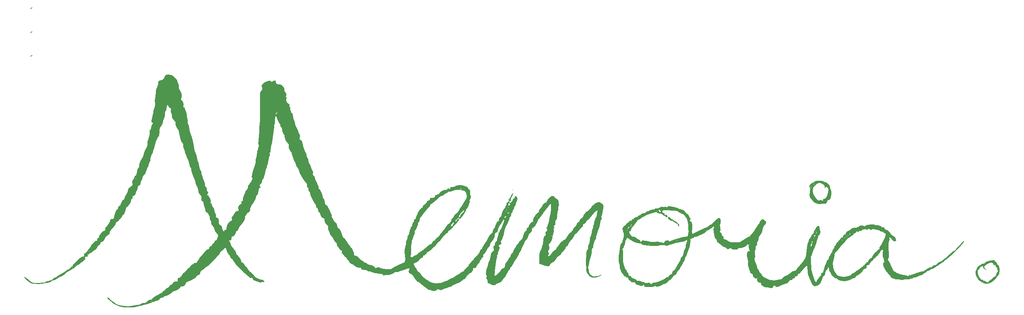
<source format=gbr>
%TF.GenerationSoftware,KiCad,Pcbnew,(6.0.0)*%
%TF.CreationDate,2022-02-03T02:59:53-08:00*%
%TF.ProjectId,Memoria,4d656d6f-7269-4612-9e6b-696361645f70,rev?*%
%TF.SameCoordinates,Original*%
%TF.FileFunction,Legend,Top*%
%TF.FilePolarity,Positive*%
%FSLAX46Y46*%
G04 Gerber Fmt 4.6, Leading zero omitted, Abs format (unit mm)*
G04 Created by KiCad (PCBNEW (6.0.0)) date 2022-02-03 02:59:53*
%MOMM*%
%LPD*%
G01*
G04 APERTURE LIST*
%ADD10C,0.200000*%
G04 APERTURE END LIST*
%TO.C,G\u002A\u002A\u002A*%
G36*
X116974289Y-90982149D02*
G01*
X116987787Y-90326221D01*
X117108313Y-89666091D01*
X117145004Y-89550354D01*
X117275368Y-89075276D01*
X117310198Y-88712789D01*
X117296674Y-88644333D01*
X117316891Y-88344493D01*
X117465084Y-88025654D01*
X117620567Y-87640493D01*
X117614939Y-87358620D01*
X117644655Y-87071893D01*
X117780431Y-86977977D01*
X117993588Y-86722356D01*
X118052000Y-86311312D01*
X118116613Y-85853402D01*
X118272524Y-85528457D01*
X118277274Y-85523583D01*
X118435154Y-85233985D01*
X118432496Y-85088155D01*
X118475129Y-84897703D01*
X118545889Y-84878000D01*
X118693145Y-84735789D01*
X118729333Y-84527238D01*
X118844956Y-84114868D01*
X118976138Y-83929671D01*
X119137662Y-83619301D01*
X119127355Y-83433766D01*
X119160045Y-83220710D01*
X119303883Y-83184667D01*
X119539775Y-83055745D01*
X119576000Y-82928369D01*
X119650685Y-82559928D01*
X119725577Y-82378036D01*
X119901623Y-82012711D01*
X120101387Y-81576000D01*
X120412983Y-81029766D01*
X120765813Y-80640230D01*
X121013548Y-80506730D01*
X121157892Y-80334293D01*
X121182882Y-80177554D01*
X121331438Y-79914605D01*
X121552611Y-79830267D01*
X121906495Y-79617305D01*
X122100745Y-79260973D01*
X122298392Y-78893215D01*
X122534991Y-78841578D01*
X122537134Y-78842391D01*
X122747357Y-78817195D01*
X122793333Y-78607352D01*
X122901807Y-78325505D01*
X123047333Y-78252833D01*
X123389159Y-78206644D01*
X123470667Y-78189333D01*
X123774810Y-78128004D01*
X123789584Y-78125833D01*
X123948615Y-77965916D01*
X124027913Y-77765301D01*
X124186559Y-77521083D01*
X124414108Y-77540077D01*
X124617973Y-77571699D01*
X124590317Y-77458049D01*
X124583872Y-77331120D01*
X124731872Y-77362723D01*
X124955133Y-77342705D01*
X124994667Y-77195402D01*
X125138191Y-76965961D01*
X125491868Y-76705962D01*
X125940352Y-76478371D01*
X126368299Y-76346155D01*
X126564579Y-76338399D01*
X126851770Y-76239762D01*
X126857756Y-76230975D01*
X129946850Y-76230975D01*
X129970013Y-76242000D01*
X130124544Y-76122793D01*
X130159333Y-76072667D01*
X130202483Y-75914358D01*
X130179320Y-75903333D01*
X130024789Y-76022540D01*
X129990000Y-76072667D01*
X129946850Y-76230975D01*
X126857756Y-76230975D01*
X126932296Y-76121561D01*
X127061844Y-75957073D01*
X127282670Y-76074329D01*
X127505091Y-76173930D01*
X127567650Y-75976268D01*
X127554719Y-75861000D01*
X127679396Y-75747486D01*
X127873333Y-75708600D01*
X128264184Y-75678777D01*
X128423667Y-75666267D01*
X128698279Y-75551440D01*
X128737929Y-75509493D01*
X129056392Y-75323588D01*
X129578913Y-75253052D01*
X130202668Y-75283788D01*
X130824834Y-75401699D01*
X131342588Y-75592688D01*
X131653109Y-75842659D01*
X131686642Y-75913758D01*
X131886139Y-76215908D01*
X132016887Y-76301273D01*
X132178385Y-76520269D01*
X132178163Y-76994250D01*
X132169923Y-77389013D01*
X132245895Y-77589901D01*
X132270155Y-77596667D01*
X132356317Y-77732686D01*
X132343059Y-78054495D01*
X132254928Y-78432721D01*
X132116473Y-78737993D01*
X132037706Y-78821740D01*
X131980170Y-78929281D01*
X132106667Y-78951333D01*
X132247529Y-79011713D01*
X132191333Y-79080926D01*
X132020260Y-79320341D01*
X132009325Y-79374667D01*
X131926297Y-79725559D01*
X131758855Y-80137754D01*
X131566953Y-80485724D01*
X131410541Y-80643940D01*
X131402775Y-80644667D01*
X131311049Y-80746267D01*
X131331487Y-80792676D01*
X131294294Y-81006598D01*
X131101325Y-81399006D01*
X130808700Y-81884198D01*
X130472537Y-82376468D01*
X130148954Y-82790114D01*
X129894069Y-83039432D01*
X129841149Y-83068709D01*
X129604094Y-83255752D01*
X129566667Y-83367174D01*
X129454918Y-83572169D01*
X129158863Y-83941040D01*
X128737289Y-84401864D01*
X128635333Y-84506617D01*
X128195692Y-84969523D01*
X127867892Y-85345524D01*
X127710120Y-85567010D01*
X127704000Y-85588795D01*
X127567169Y-85710990D01*
X127461411Y-85724667D01*
X127222364Y-85866057D01*
X127107283Y-86076094D01*
X126991920Y-86323048D01*
X126921725Y-86353503D01*
X126764385Y-86409416D01*
X126468548Y-86654844D01*
X126105996Y-87013823D01*
X125748513Y-87410391D01*
X125467879Y-87768586D01*
X125335877Y-88012445D01*
X125333333Y-88034403D01*
X125191233Y-88284561D01*
X124994667Y-88384936D01*
X124720093Y-88521772D01*
X124656000Y-88629692D01*
X124538292Y-88837506D01*
X124231158Y-89187972D01*
X123803578Y-89617333D01*
X123324536Y-90061835D01*
X122863013Y-90457721D01*
X122487991Y-90741237D01*
X122268452Y-90848627D01*
X122256920Y-90847000D01*
X122133058Y-90943028D01*
X122116000Y-91058667D01*
X121979673Y-91280781D01*
X121852006Y-91312667D01*
X121680144Y-91400723D01*
X121710451Y-91510776D01*
X121718658Y-91637937D01*
X121551111Y-91600757D01*
X121324022Y-91602277D01*
X121269333Y-91825981D01*
X121145610Y-92107634D01*
X120957847Y-92159333D01*
X120663050Y-92299400D01*
X120453477Y-92582667D01*
X120226244Y-92895663D01*
X120002963Y-93006000D01*
X119775300Y-93096312D01*
X119745333Y-93175333D01*
X119649918Y-93324266D01*
X119618333Y-93324614D01*
X119242401Y-93353755D01*
X119112710Y-93608338D01*
X119114559Y-93683333D01*
X119195659Y-93959045D01*
X119283362Y-94022000D01*
X119355274Y-94125428D01*
X119332966Y-94173590D01*
X119378047Y-94352926D01*
X119492306Y-94422275D01*
X119702665Y-94652139D01*
X119745333Y-94853779D01*
X119887436Y-95175244D01*
X120245180Y-95483416D01*
X120253333Y-95488269D01*
X120593674Y-95727403D01*
X120758472Y-95918009D01*
X120761333Y-95935294D01*
X120880466Y-96148118D01*
X121176056Y-96479340D01*
X121555394Y-96841829D01*
X121925769Y-97148450D01*
X122194469Y-97312071D01*
X122235136Y-97320427D01*
X122499455Y-97443578D01*
X122658469Y-97598727D01*
X123063863Y-97881946D01*
X123684697Y-98068260D01*
X124406398Y-98136827D01*
X125114390Y-98066805D01*
X125165902Y-98054860D01*
X125657842Y-97913315D01*
X126011200Y-97772282D01*
X126086867Y-97723936D01*
X126386080Y-97594781D01*
X126540438Y-97578000D01*
X126907266Y-97464134D01*
X127061583Y-97349559D01*
X127368581Y-97147531D01*
X127830271Y-96944313D01*
X127920345Y-96913094D01*
X128320817Y-96749331D01*
X128537870Y-96599088D01*
X128550667Y-96567254D01*
X128692244Y-96423165D01*
X129045699Y-96231472D01*
X129185667Y-96171142D01*
X129680299Y-95910418D01*
X130075782Y-95603136D01*
X130121512Y-95552884D01*
X130392176Y-95323286D01*
X130587178Y-95294788D01*
X130740684Y-95294887D01*
X130752000Y-95247825D01*
X130854594Y-95018608D01*
X131103231Y-94703688D01*
X131409194Y-94393550D01*
X131683766Y-94178677D01*
X131833919Y-94144363D01*
X131885857Y-94122395D01*
X131843499Y-93974505D01*
X131831453Y-93731115D01*
X131921705Y-93683333D01*
X132129168Y-93551588D01*
X132386839Y-93229097D01*
X132420208Y-93175941D01*
X132650683Y-92870454D01*
X132821893Y-92770000D01*
X132841052Y-92780830D01*
X132943492Y-92761811D01*
X132953333Y-92687858D01*
X133060655Y-92437145D01*
X133324548Y-92086464D01*
X133380576Y-92024636D01*
X133735188Y-91643863D01*
X134024321Y-91332335D01*
X134042504Y-91312667D01*
X134287155Y-90969414D01*
X134489109Y-90593000D01*
X134680989Y-90263524D01*
X134843180Y-90127333D01*
X134978337Y-89995086D01*
X134985333Y-89935890D01*
X135078097Y-89704094D01*
X135318416Y-89300105D01*
X135576024Y-88922249D01*
X135985730Y-88301583D01*
X136373745Y-87633040D01*
X136537115Y-87312057D01*
X136804805Y-86844042D01*
X137077429Y-86522947D01*
X137203547Y-86446650D01*
X137429588Y-86245206D01*
X137435942Y-86038799D01*
X137500245Y-85679523D01*
X137702819Y-85377847D01*
X137949495Y-85055261D01*
X138033333Y-84821555D01*
X138118946Y-84522547D01*
X138160333Y-84468778D01*
X138297021Y-84252099D01*
X138301958Y-84228889D01*
X138411446Y-83886484D01*
X138590895Y-83650220D01*
X138732606Y-83621559D01*
X138849556Y-83621227D01*
X138843933Y-83578253D01*
X138864408Y-83310403D01*
X139000920Y-82953302D01*
X139075734Y-82824617D01*
X140160670Y-82824617D01*
X140291111Y-82846000D01*
X140528973Y-82708109D01*
X140570740Y-82549667D01*
X140516431Y-82376446D01*
X140441770Y-82422667D01*
X140199023Y-82686845D01*
X140162141Y-82719000D01*
X140160670Y-82824617D01*
X139075734Y-82824617D01*
X139190900Y-82626523D01*
X139371777Y-82449641D01*
X139433815Y-82450982D01*
X139526780Y-82452442D01*
X139473547Y-82339425D01*
X139475845Y-82085254D01*
X139610188Y-81656891D01*
X139612934Y-81650673D01*
X140912000Y-81650673D01*
X141034921Y-81823109D01*
X141081333Y-81830000D01*
X141246264Y-81772226D01*
X141250667Y-81755327D01*
X141132009Y-81610755D01*
X141081333Y-81576000D01*
X140925295Y-81589426D01*
X140912000Y-81650673D01*
X139612934Y-81650673D01*
X139758080Y-81322000D01*
X140404000Y-81322000D01*
X140465956Y-81461380D01*
X140516889Y-81434889D01*
X140537155Y-81233930D01*
X140516889Y-81209111D01*
X140416220Y-81232355D01*
X140404000Y-81322000D01*
X139758080Y-81322000D01*
X139826982Y-81165975D01*
X139978019Y-80898667D01*
X140573333Y-80898667D01*
X140658000Y-80983333D01*
X140742667Y-80898667D01*
X140658000Y-80814000D01*
X140573333Y-80898667D01*
X139978019Y-80898667D01*
X140076628Y-80724148D01*
X140282782Y-80475333D01*
X140912000Y-80475333D01*
X140973956Y-80614714D01*
X141024889Y-80588222D01*
X141045155Y-80387263D01*
X141024889Y-80362444D01*
X140924220Y-80385689D01*
X140912000Y-80475333D01*
X140282782Y-80475333D01*
X140309530Y-80443050D01*
X140319333Y-80435593D01*
X140392077Y-80319552D01*
X140319333Y-80303207D01*
X140299572Y-80215537D01*
X140463290Y-80057881D01*
X140655003Y-79818734D01*
X141081333Y-79818734D01*
X141118694Y-80063169D01*
X141276807Y-80014024D01*
X141333469Y-79968881D01*
X141501051Y-79730381D01*
X141492809Y-79609480D01*
X141288411Y-79458434D01*
X141122583Y-79591666D01*
X141081333Y-79818734D01*
X140655003Y-79818734D01*
X140664434Y-79806969D01*
X140664224Y-79638737D01*
X140694362Y-79435715D01*
X140815628Y-79355727D01*
X140995737Y-79196469D01*
X140985700Y-79102923D01*
X141017932Y-78960991D01*
X141076654Y-78951333D01*
X141291863Y-79086880D01*
X141358764Y-79205333D01*
X141508052Y-79431254D01*
X141688447Y-79359489D01*
X141924938Y-78976385D01*
X141978564Y-78866667D01*
X142199925Y-78486849D01*
X142396371Y-78284324D01*
X142433260Y-78274000D01*
X142566952Y-78149529D01*
X142563000Y-78083500D01*
X142609914Y-77863820D01*
X142810910Y-77837425D01*
X143044646Y-78000527D01*
X143111162Y-78100609D01*
X143208670Y-78448628D01*
X143097646Y-78857874D01*
X143037960Y-78983581D01*
X142855725Y-79436394D01*
X142774900Y-79810351D01*
X142774667Y-79824016D01*
X142698511Y-80084726D01*
X142605333Y-80136667D01*
X142478041Y-80281579D01*
X142436000Y-80560000D01*
X142378035Y-80878230D01*
X142266667Y-80983333D01*
X142129086Y-81125158D01*
X142097333Y-81322000D01*
X142026421Y-81597161D01*
X141928000Y-81660667D01*
X141801285Y-81805739D01*
X141758667Y-82089314D01*
X141672870Y-82448286D01*
X141515359Y-82611328D01*
X141343161Y-82801981D01*
X141351475Y-82911671D01*
X141314604Y-83150719D01*
X141145283Y-83597368D01*
X140877674Y-84164366D01*
X140810023Y-84294657D01*
X140501746Y-84948087D01*
X140268120Y-85573798D01*
X140155380Y-86046183D01*
X140152485Y-86080990D01*
X140088410Y-86557498D01*
X139981028Y-86905567D01*
X139968476Y-86927657D01*
X139814928Y-87298518D01*
X139769853Y-87493803D01*
X139615049Y-87889283D01*
X139457590Y-88111992D01*
X139305952Y-88388007D01*
X139369574Y-88507278D01*
X139473423Y-88722363D01*
X139372542Y-88977274D01*
X139134675Y-89110708D01*
X139115883Y-89111333D01*
X138921034Y-89235799D01*
X138893255Y-89492727D01*
X139034288Y-89694701D01*
X139063812Y-89889913D01*
X138952138Y-90264131D01*
X138883661Y-90416928D01*
X138711973Y-90870638D01*
X138660576Y-91227098D01*
X138673483Y-91290678D01*
X138676233Y-91451992D01*
X138594571Y-91430236D01*
X138485821Y-91474910D01*
X138501054Y-91742097D01*
X138499467Y-92144817D01*
X138408941Y-92371973D01*
X138308342Y-92638488D01*
X138209199Y-93136160D01*
X138132737Y-93758057D01*
X138131852Y-93768000D01*
X138061763Y-94497652D01*
X137984563Y-95207184D01*
X137926277Y-95673000D01*
X137896995Y-96109629D01*
X137941425Y-96365137D01*
X137979741Y-96392667D01*
X138192274Y-96274654D01*
X138526016Y-95981668D01*
X138893261Y-95605288D01*
X139206303Y-95237093D01*
X139377437Y-94968662D01*
X139388000Y-94922217D01*
X139531435Y-94744254D01*
X139792192Y-94634602D01*
X140115661Y-94442346D01*
X140291999Y-94017670D01*
X140307001Y-93943515D01*
X140438253Y-93510975D01*
X140612055Y-93236982D01*
X140632420Y-93222270D01*
X140838845Y-92983989D01*
X141052742Y-92580737D01*
X141069487Y-92540333D01*
X141255677Y-92173621D01*
X141421738Y-91993725D01*
X141440543Y-91990000D01*
X141561660Y-91848057D01*
X141589333Y-91652768D01*
X141722517Y-91301990D01*
X141928000Y-91104035D01*
X142195379Y-90830302D01*
X142266667Y-90617437D01*
X142366254Y-90296458D01*
X142605333Y-89911794D01*
X142842079Y-89556284D01*
X142943921Y-89295202D01*
X142944000Y-89290977D01*
X143079671Y-89070693D01*
X143198000Y-89003235D01*
X143421998Y-88840234D01*
X143452000Y-88760388D01*
X143560820Y-88559412D01*
X143833791Y-88229013D01*
X143960000Y-88095333D01*
X144277867Y-87702231D01*
X144454900Y-87351399D01*
X144468000Y-87268844D01*
X144539313Y-86909735D01*
X144712572Y-86481324D01*
X144926758Y-86105240D01*
X145120851Y-85903112D01*
X145157735Y-85894000D01*
X145287595Y-85752881D01*
X145314667Y-85573450D01*
X145432527Y-85257944D01*
X145568667Y-85155431D01*
X145793992Y-84924824D01*
X145822667Y-84790951D01*
X145920593Y-84524605D01*
X146154013Y-84206091D01*
X146432381Y-83932073D01*
X146665158Y-83799217D01*
X146736040Y-83815818D01*
X146806542Y-83744572D01*
X146838498Y-83432355D01*
X146838667Y-83402956D01*
X146923545Y-82959047D01*
X147110307Y-82662026D01*
X147306588Y-82422667D01*
X147685333Y-82422667D01*
X147770000Y-82507333D01*
X147854667Y-82422667D01*
X147770000Y-82338000D01*
X147685333Y-82422667D01*
X147306588Y-82422667D01*
X147389709Y-82321304D01*
X147529449Y-82048626D01*
X147736769Y-81750045D01*
X147935142Y-81660667D01*
X148146437Y-81518555D01*
X148193333Y-81314303D01*
X148308119Y-80962982D01*
X148587392Y-80574706D01*
X148616667Y-80544606D01*
X148900689Y-80215399D01*
X149037736Y-79967773D01*
X149040000Y-79947541D01*
X149177203Y-79648560D01*
X149488344Y-79385829D01*
X149786678Y-79290000D01*
X150014742Y-79144390D01*
X150165265Y-78828945D01*
X150384471Y-78374623D01*
X150740846Y-78020408D01*
X151152673Y-77804626D01*
X151538239Y-77765601D01*
X151815828Y-77941659D01*
X151862409Y-78032971D01*
X152092100Y-78300639D01*
X152346224Y-78444939D01*
X152614021Y-78634749D01*
X152758896Y-79006961D01*
X152804573Y-79320968D01*
X152818308Y-79818374D01*
X152760150Y-80185284D01*
X152724786Y-80255541D01*
X152643498Y-80569587D01*
X152678087Y-80805874D01*
X152711462Y-81078709D01*
X152649744Y-81152667D01*
X152544537Y-81300182D01*
X152484338Y-81655473D01*
X152484052Y-81660667D01*
X152454278Y-82210535D01*
X152424785Y-82749714D01*
X152338705Y-83170234D01*
X152170803Y-83414207D01*
X152151574Y-83423329D01*
X151990314Y-83623964D01*
X152024143Y-83969295D01*
X152039535Y-84383380D01*
X151817461Y-84657033D01*
X151605993Y-84854167D01*
X151672044Y-84997810D01*
X151750158Y-85051426D01*
X151902113Y-85181210D01*
X151773309Y-85214074D01*
X151620407Y-85328892D01*
X151650408Y-85643474D01*
X151669709Y-86096133D01*
X151586512Y-86389831D01*
X151464758Y-86746927D01*
X151355509Y-87278417D01*
X151320761Y-87529357D01*
X151186458Y-88157256D01*
X150932414Y-88557324D01*
X150821298Y-88651813D01*
X150550713Y-88908348D01*
X150513838Y-89187358D01*
X150594208Y-89463867D01*
X150685088Y-89882810D01*
X150571236Y-90186525D01*
X150487025Y-90288167D01*
X150299640Y-90582263D01*
X150372269Y-90871861D01*
X150415247Y-90944029D01*
X150542595Y-91264994D01*
X150417143Y-91539430D01*
X150406078Y-91552916D01*
X150287971Y-91762094D01*
X150331599Y-91815033D01*
X150627468Y-91679326D01*
X150972018Y-91368836D01*
X151244549Y-91002045D01*
X151310221Y-90854382D01*
X151550692Y-90541600D01*
X151840068Y-90394941D01*
X152155115Y-90226413D01*
X152257333Y-90031743D01*
X152369719Y-89744419D01*
X152643975Y-89387600D01*
X152680667Y-89349939D01*
X152962511Y-89042579D01*
X153101054Y-88841440D01*
X153104000Y-88826720D01*
X153226910Y-88627790D01*
X153517119Y-88345734D01*
X153856842Y-88080244D01*
X154128295Y-87931014D01*
X154171058Y-87923560D01*
X154356582Y-87784864D01*
X154626276Y-87428677D01*
X154847956Y-87061958D01*
X155194105Y-86520145D01*
X155462642Y-86295219D01*
X155567623Y-86297083D01*
X155769860Y-86260777D01*
X155813333Y-86048025D01*
X155882664Y-85811210D01*
X156008830Y-85825503D01*
X156125103Y-85845365D01*
X156086849Y-85756244D01*
X156121654Y-85530107D01*
X156347046Y-85183071D01*
X156484019Y-85027633D01*
X156800303Y-84649293D01*
X156981760Y-84340456D01*
X156998667Y-84266176D01*
X157132446Y-84017379D01*
X157337333Y-83862000D01*
X157606218Y-83636244D01*
X157676000Y-83472900D01*
X157800055Y-83233090D01*
X158098426Y-82947820D01*
X158099333Y-82947139D01*
X158399256Y-82668146D01*
X158527990Y-82442119D01*
X158528018Y-82441281D01*
X158630686Y-82217248D01*
X158868939Y-81883322D01*
X159149316Y-81554567D01*
X159378357Y-81346048D01*
X159437153Y-81322000D01*
X159635289Y-81207801D01*
X159932080Y-80940261D01*
X160216470Y-80631965D01*
X160377404Y-80395499D01*
X160385333Y-80360760D01*
X160511157Y-80172283D01*
X160816077Y-79891826D01*
X161191265Y-79605720D01*
X161527891Y-79400296D01*
X161655333Y-79353305D01*
X161948641Y-79267744D01*
X162121000Y-79203577D01*
X162363306Y-79174442D01*
X162417333Y-79244703D01*
X162554413Y-79424749D01*
X162842673Y-79598770D01*
X163107637Y-79759301D01*
X163208775Y-79991357D01*
X163189921Y-80414753D01*
X163177864Y-80514951D01*
X163047343Y-81437680D01*
X162926178Y-82033090D01*
X162811853Y-82312320D01*
X162766108Y-82338000D01*
X162703112Y-82482873D01*
X162717976Y-82832752D01*
X162719880Y-82846000D01*
X162718743Y-83231675D01*
X162595892Y-83354000D01*
X162476918Y-83456607D01*
X162502000Y-83523333D01*
X162522802Y-83805164D01*
X162486328Y-83887357D01*
X162387312Y-84184286D01*
X162317103Y-84627037D01*
X162316709Y-84631396D01*
X162224146Y-85079533D01*
X162033381Y-85689412D01*
X161829048Y-86222258D01*
X161621641Y-86777512D01*
X161504718Y-87218803D01*
X161502368Y-87444484D01*
X161481880Y-87673484D01*
X161380694Y-87769246D01*
X161162041Y-88050435D01*
X161118212Y-88215981D01*
X161048401Y-88587536D01*
X160920721Y-89061385D01*
X160918365Y-89069000D01*
X160830010Y-89435421D01*
X160836248Y-89615512D01*
X160846731Y-89619333D01*
X160824417Y-89724215D01*
X160650315Y-89945865D01*
X160447709Y-90342059D01*
X160457573Y-90596180D01*
X160458756Y-90912036D01*
X160364609Y-91435873D01*
X160195284Y-92057304D01*
X160184878Y-92089982D01*
X159994031Y-92751172D01*
X159856018Y-93355413D01*
X159801042Y-93768000D01*
X159751463Y-94205541D01*
X159655673Y-94487667D01*
X159625555Y-94672991D01*
X159701232Y-94699333D01*
X159808136Y-94838801D01*
X159777536Y-95122667D01*
X159757261Y-95460771D01*
X159868970Y-95546000D01*
X159995542Y-95636718D01*
X159975986Y-95692702D01*
X160006980Y-95916907D01*
X160267839Y-96171062D01*
X160664013Y-96387920D01*
X161100949Y-96500232D01*
X161112788Y-96501214D01*
X161671421Y-96452596D01*
X162148488Y-96297853D01*
X162505877Y-96149827D01*
X162708797Y-96121233D01*
X162714557Y-96125446D01*
X162656175Y-96250568D01*
X162363794Y-96419721D01*
X161931702Y-96593727D01*
X161454186Y-96733406D01*
X161106161Y-96793785D01*
X160544893Y-96751568D01*
X160063133Y-96550442D01*
X159761198Y-96244420D01*
X159708000Y-96040968D01*
X159639936Y-95916888D01*
X159588996Y-95947226D01*
X159467119Y-95906412D01*
X159338737Y-95635666D01*
X159230129Y-95242132D01*
X159167568Y-94832954D01*
X159177331Y-94515277D01*
X159215958Y-94426104D01*
X159287599Y-94191678D01*
X159224653Y-94121903D01*
X159155724Y-93915716D01*
X159120957Y-93459222D01*
X159126066Y-92839582D01*
X159132057Y-92709827D01*
X159187032Y-91768794D01*
X159242255Y-91112939D01*
X159305698Y-90688861D01*
X159385334Y-90443158D01*
X159488419Y-90322891D01*
X159608931Y-90083406D01*
X159609825Y-89884959D01*
X159648744Y-89474501D01*
X159751195Y-89207626D01*
X159950740Y-88619203D01*
X160067892Y-87759551D01*
X160078928Y-87587333D01*
X160173556Y-87245649D01*
X160223234Y-87164000D01*
X160324047Y-86905651D01*
X160430400Y-86444622D01*
X160473692Y-86188251D01*
X160573555Y-85696252D01*
X160691163Y-85360277D01*
X160746301Y-85287550D01*
X160823361Y-85086356D01*
X160801435Y-85035633D01*
X160791258Y-84769169D01*
X160838413Y-84666333D01*
X160966735Y-84424014D01*
X160983046Y-84370000D01*
X161076802Y-83826086D01*
X161210207Y-83310652D01*
X161349870Y-82939099D01*
X161428936Y-82828940D01*
X161545508Y-82608706D01*
X161631653Y-82186383D01*
X161645757Y-82043058D01*
X161710461Y-81551791D01*
X161806937Y-81191090D01*
X161832011Y-81140784D01*
X161796504Y-81101346D01*
X161556291Y-81242729D01*
X161348276Y-81394037D01*
X160866338Y-81833987D01*
X160445255Y-82334663D01*
X160368807Y-82449407D01*
X160027832Y-82902794D01*
X159658224Y-83259257D01*
X159604178Y-83297455D01*
X159308246Y-83567904D01*
X159200000Y-83800999D01*
X159058765Y-84032854D01*
X158779901Y-84199437D01*
X158473979Y-84405604D01*
X158463227Y-84628681D01*
X158429861Y-84889562D01*
X158248326Y-84985855D01*
X157978390Y-85172628D01*
X157640391Y-85552819D01*
X157451064Y-85822420D01*
X157137092Y-86246695D01*
X156854302Y-86518131D01*
X156731398Y-86571333D01*
X156526405Y-86710284D01*
X156487962Y-86867667D01*
X156364357Y-87199596D01*
X156022869Y-87701497D01*
X155501207Y-88321151D01*
X155224416Y-88617538D01*
X155012675Y-88959614D01*
X154966667Y-89167871D01*
X154842768Y-89409912D01*
X154712667Y-89450000D01*
X154491266Y-89586554D01*
X154458667Y-89717025D01*
X154347110Y-90003940D01*
X154071092Y-90376278D01*
X153993000Y-90459851D01*
X153636579Y-90855891D01*
X153367725Y-91208830D01*
X153341379Y-91251159D01*
X153042841Y-91577854D01*
X152769717Y-91762248D01*
X152431593Y-92047973D01*
X152133149Y-92476840D01*
X152116739Y-92509683D01*
X151806036Y-92936755D01*
X151414190Y-93225096D01*
X151387209Y-93236021D01*
X151023471Y-93461277D01*
X150845217Y-93715398D01*
X150659829Y-94022771D01*
X150291691Y-94130758D01*
X149702283Y-94043971D01*
X149246151Y-93906977D01*
X148278000Y-93582155D01*
X148265772Y-92320411D01*
X148284061Y-91554199D01*
X148374677Y-90984436D01*
X148564758Y-90471932D01*
X148665761Y-90268889D01*
X148878598Y-89790428D01*
X148976806Y-89421146D01*
X148964329Y-89295222D01*
X148969877Y-89129200D01*
X149040000Y-89111333D01*
X149158636Y-89017659D01*
X149138803Y-88964873D01*
X149121976Y-88730808D01*
X149172782Y-88278665D01*
X149248432Y-87864206D01*
X149416375Y-87249275D01*
X149572429Y-86994667D01*
X151072000Y-86994667D01*
X151156667Y-87079333D01*
X151241333Y-86994667D01*
X151156667Y-86910000D01*
X151072000Y-86994667D01*
X149572429Y-86994667D01*
X149600909Y-86948201D01*
X149709956Y-86907407D01*
X149859222Y-86859078D01*
X149780985Y-86780407D01*
X149687295Y-86547387D01*
X149760848Y-86198990D01*
X149959421Y-85885958D01*
X150052356Y-85811585D01*
X150143183Y-85632482D01*
X150021889Y-85428054D01*
X149889673Y-85200078D01*
X150013667Y-85090352D01*
X150178357Y-84885765D01*
X150225333Y-84619882D01*
X150289884Y-84266938D01*
X150394667Y-84116000D01*
X150508295Y-83891274D01*
X150563100Y-83479317D01*
X150564000Y-83417541D01*
X150617706Y-82902768D01*
X150747388Y-82481258D01*
X150752108Y-82472252D01*
X150838098Y-82176284D01*
X150911323Y-81688905D01*
X150966199Y-81103543D01*
X150997139Y-80513627D01*
X150998559Y-80012584D01*
X150964872Y-79693843D01*
X150922107Y-79628667D01*
X150769899Y-79752052D01*
X150485977Y-80071062D01*
X150224547Y-80397632D01*
X149859580Y-80864990D01*
X149552216Y-81246815D01*
X149421000Y-81401537D01*
X149239375Y-81691680D01*
X149209333Y-81817905D01*
X149087592Y-81991993D01*
X149040000Y-81999333D01*
X148877670Y-82129884D01*
X148870667Y-82181692D01*
X148759833Y-82405899D01*
X148482412Y-82747155D01*
X148362667Y-82872051D01*
X148042773Y-83265095D01*
X147866575Y-83623747D01*
X147854667Y-83705692D01*
X147797191Y-83973929D01*
X147722457Y-84031333D01*
X147578903Y-84172552D01*
X147407560Y-84516185D01*
X147393471Y-84552655D01*
X147150876Y-84946413D01*
X146840253Y-85167152D01*
X146835772Y-85168359D01*
X146571514Y-85326124D01*
X146569797Y-85641042D01*
X146544433Y-86010506D01*
X146243705Y-86335528D01*
X145946758Y-86611241D01*
X145822668Y-86831231D01*
X145822667Y-86831765D01*
X145753151Y-87130048D01*
X145590552Y-87502702D01*
X145403786Y-87812643D01*
X145273201Y-87924679D01*
X145140098Y-88067108D01*
X144935947Y-88430614D01*
X144796067Y-88730333D01*
X144499006Y-89380618D01*
X144153267Y-90095925D01*
X144009130Y-90381333D01*
X143709914Y-90963384D01*
X143430615Y-91508174D01*
X143314195Y-91736000D01*
X143110198Y-92106830D01*
X142964112Y-92322159D01*
X142957265Y-92328667D01*
X142741726Y-92608103D01*
X142459415Y-93096870D01*
X142192172Y-93643380D01*
X141955513Y-94042714D01*
X141707782Y-94284515D01*
X141682618Y-94296124D01*
X141501214Y-94450015D01*
X141508401Y-94536043D01*
X141476017Y-94736994D01*
X141420196Y-94783878D01*
X141233565Y-95000036D01*
X141010887Y-95383659D01*
X140988000Y-95430579D01*
X140597054Y-96206931D01*
X140306219Y-96686130D01*
X140101688Y-96889955D01*
X140056093Y-96900667D01*
X139912211Y-97037131D01*
X139896000Y-97143136D01*
X139768435Y-97394220D01*
X139454754Y-97697700D01*
X139388000Y-97747333D01*
X139061766Y-97954320D01*
X138888511Y-98014904D01*
X138880000Y-98001333D01*
X138760973Y-98016013D01*
X138466859Y-98189174D01*
X138388193Y-98243803D01*
X137947025Y-98515186D01*
X137604805Y-98572727D01*
X137213903Y-98434733D01*
X137142036Y-98398348D01*
X136740944Y-98195534D01*
X136509333Y-98082635D01*
X136296115Y-97831144D01*
X136249865Y-97620391D01*
X136140633Y-97200913D01*
X136029976Y-97019845D01*
X135910285Y-96763524D01*
X136001333Y-96646667D01*
X136092498Y-96467055D01*
X135987477Y-96291304D01*
X135869899Y-95930944D01*
X135883749Y-95377608D01*
X136015974Y-94744621D01*
X136229209Y-94192824D01*
X136382828Y-93768007D01*
X136404216Y-93440488D01*
X136397903Y-93420650D01*
X136414825Y-93208781D01*
X136501210Y-93175333D01*
X136619164Y-93072661D01*
X136594000Y-93006000D01*
X136596264Y-92849477D01*
X136649162Y-92836667D01*
X136755472Y-92683953D01*
X136862773Y-92289740D01*
X136925895Y-91900889D01*
X137038735Y-91287874D01*
X137215919Y-90910351D01*
X137450101Y-90698247D01*
X137726464Y-90451716D01*
X137728727Y-90199492D01*
X137691968Y-90122291D01*
X137606272Y-89760391D01*
X137680854Y-89432332D01*
X137881489Y-89281029D01*
X137893528Y-89280667D01*
X137982352Y-89149096D01*
X137953235Y-88956394D01*
X137994284Y-88591616D01*
X138194747Y-88390873D01*
X138427565Y-88183540D01*
X138463088Y-88073533D01*
X138467531Y-87882861D01*
X138566729Y-87488873D01*
X138636541Y-87273140D01*
X138767266Y-86803500D01*
X138805735Y-86464321D01*
X138788381Y-86390752D01*
X138812883Y-86242957D01*
X138870006Y-86232667D01*
X139032690Y-86097257D01*
X139049333Y-85999400D01*
X139168540Y-85695097D01*
X139275430Y-85578491D01*
X139461257Y-85306925D01*
X139656115Y-84851052D01*
X139715267Y-84668757D01*
X139881742Y-84154018D01*
X140038676Y-83743012D01*
X140078369Y-83658184D01*
X140136514Y-83369041D01*
X140074057Y-83274725D01*
X139910540Y-83332322D01*
X139812114Y-83520874D01*
X139655894Y-83795957D01*
X139535929Y-83862000D01*
X139441267Y-83964348D01*
X139463728Y-84016870D01*
X139464662Y-84205103D01*
X139431388Y-84228537D01*
X139261976Y-84409638D01*
X139041576Y-84766962D01*
X138827151Y-85187770D01*
X138675664Y-85559323D01*
X138644077Y-85768883D01*
X138649377Y-85776266D01*
X138631052Y-85952367D01*
X138434239Y-86187705D01*
X138171200Y-86367861D01*
X138035435Y-86402000D01*
X137916862Y-86497988D01*
X137937918Y-86553942D01*
X137988499Y-86912569D01*
X137857855Y-87405494D01*
X137588956Y-87913183D01*
X137341301Y-88213514D01*
X137026348Y-88609417D01*
X136860131Y-88987752D01*
X136852704Y-89054889D01*
X136791141Y-89371512D01*
X136704619Y-89478222D01*
X136552382Y-89645389D01*
X136298819Y-90024524D01*
X136037594Y-90466000D01*
X135742609Y-90943270D01*
X135491698Y-91265971D01*
X135351675Y-91360789D01*
X135256751Y-91463312D01*
X135275911Y-91655064D01*
X135235301Y-91982257D01*
X135089211Y-92090726D01*
X134852417Y-92300176D01*
X134816000Y-92431450D01*
X134718511Y-92644913D01*
X134646667Y-92667333D01*
X134492311Y-92802600D01*
X134477333Y-92896607D01*
X134369753Y-93164995D01*
X134105639Y-93525236D01*
X134054000Y-93582664D01*
X133772306Y-93949192D01*
X133633662Y-94252335D01*
X133630667Y-94284724D01*
X133510370Y-94509309D01*
X133129614Y-94556639D01*
X132998371Y-94543261D01*
X132865504Y-94636960D01*
X132891908Y-94783505D01*
X132859065Y-95096069D01*
X132638109Y-95440533D01*
X132333937Y-95678973D01*
X132183205Y-95715333D01*
X131950188Y-95852356D01*
X131866797Y-95993570D01*
X131727293Y-96175427D01*
X131648305Y-96160083D01*
X131516955Y-96218593D01*
X131343502Y-96509395D01*
X131321799Y-96559180D01*
X131123555Y-96909903D01*
X130933295Y-97069130D01*
X130922117Y-97070000D01*
X130685736Y-97176809D01*
X130342799Y-97439643D01*
X130278943Y-97497637D01*
X129801861Y-97833366D01*
X129228373Y-98099853D01*
X129143333Y-98127343D01*
X128623815Y-98331542D01*
X128199566Y-98579742D01*
X128137659Y-98631111D01*
X127828216Y-98849154D01*
X127629659Y-98905583D01*
X127360530Y-98949854D01*
X126957731Y-99094396D01*
X126942000Y-99101249D01*
X126539658Y-99261387D01*
X126269513Y-99340312D01*
X126264667Y-99340856D01*
X125997963Y-99431465D01*
X125718233Y-99572322D01*
X125356676Y-99702215D01*
X125018390Y-99586788D01*
X124993400Y-99571537D01*
X124701792Y-99441373D01*
X124531777Y-99540927D01*
X124510116Y-99573691D01*
X124212921Y-99787172D01*
X123764917Y-99886160D01*
X123342391Y-99843939D01*
X123206856Y-99771191D01*
X122930350Y-99657052D01*
X122814402Y-99681645D01*
X122571389Y-99667272D01*
X122425985Y-99569223D01*
X122159982Y-99344519D01*
X121743319Y-99018699D01*
X121523333Y-98853124D01*
X121048724Y-98489031D01*
X120639171Y-98155370D01*
X120517737Y-98048790D01*
X120189432Y-97819332D01*
X119967403Y-97747333D01*
X119770815Y-97611113D01*
X119745333Y-97493333D01*
X119649328Y-97268061D01*
X119567359Y-97239333D01*
X119391907Y-97098279D01*
X119187074Y-96750412D01*
X119149467Y-96665128D01*
X118768427Y-96124711D01*
X118396108Y-95911937D01*
X117990997Y-95662912D01*
X117896548Y-95292510D01*
X118044637Y-94882423D01*
X118116058Y-94673180D01*
X117959224Y-94627407D01*
X117748304Y-94654997D01*
X117258887Y-94781051D01*
X116756409Y-94968774D01*
X116315527Y-95133457D01*
X115975068Y-95207065D01*
X115962069Y-95207333D01*
X115661085Y-95312633D01*
X115588187Y-95390387D01*
X115355625Y-95497313D01*
X115093959Y-95477792D01*
X114653698Y-95524086D01*
X114403450Y-95724044D01*
X114103621Y-95949400D01*
X113877107Y-95982701D01*
X113616980Y-96005975D01*
X113557553Y-96065509D01*
X113332040Y-96166820D01*
X113001797Y-96165843D01*
X112546286Y-96170441D01*
X112252333Y-96252353D01*
X112012386Y-96309828D01*
X111956000Y-96155238D01*
X111833261Y-95977010D01*
X111436446Y-95912033D01*
X111321000Y-95911172D01*
X110753846Y-95864572D01*
X110244181Y-95744380D01*
X110220333Y-95735417D01*
X109892404Y-95628476D01*
X109754675Y-95624385D01*
X109754667Y-95624816D01*
X109625399Y-95606872D01*
X109313181Y-95466179D01*
X109301141Y-95459957D01*
X108930807Y-95321677D01*
X108689542Y-95322360D01*
X108472643Y-95299671D01*
X108420229Y-95240065D01*
X108167931Y-95083707D01*
X107676752Y-94954775D01*
X107087667Y-94882591D01*
X106919053Y-94742312D01*
X106918333Y-94657000D01*
X106815787Y-94502751D01*
X106570528Y-94487289D01*
X106182043Y-94446357D01*
X105739510Y-94292507D01*
X105366249Y-94082516D01*
X105185579Y-93873161D01*
X105182667Y-93848318D01*
X105042020Y-93710694D01*
X104870244Y-93683333D01*
X104520386Y-93558443D01*
X104185074Y-93268532D01*
X104003115Y-92940744D01*
X103997333Y-92883783D01*
X103861886Y-92672561D01*
X103743333Y-92606098D01*
X103518072Y-92379796D01*
X103489333Y-92249314D01*
X103353481Y-92021483D01*
X103230019Y-91990000D01*
X102958615Y-91851249D01*
X102859512Y-91693667D01*
X102628315Y-91332219D01*
X102498647Y-91210153D01*
X102334996Y-90916049D01*
X102355839Y-90744487D01*
X102349547Y-90508576D01*
X102209828Y-90466000D01*
X101961703Y-90325143D01*
X101809449Y-90078041D01*
X101584275Y-89677622D01*
X101400372Y-89472994D01*
X101223006Y-89194602D01*
X101226532Y-89027273D01*
X101166811Y-88780372D01*
X100973386Y-88616206D01*
X100688226Y-88338714D01*
X100441262Y-87901129D01*
X100418235Y-87841219D01*
X100249583Y-87456630D01*
X100104132Y-87256675D01*
X100081104Y-87248667D01*
X99913127Y-87102965D01*
X99696445Y-86734808D01*
X99474536Y-86247621D01*
X99290879Y-85744827D01*
X99188956Y-85329851D01*
X99193090Y-85136363D01*
X99179845Y-84779842D01*
X99059123Y-84641846D01*
X98707095Y-84283939D01*
X98437348Y-83844066D01*
X98317596Y-83446868D01*
X98333771Y-83306667D01*
X98307527Y-83080086D01*
X98046931Y-82986474D01*
X97721097Y-82819658D01*
X97507582Y-82390182D01*
X97492389Y-82338000D01*
X97318059Y-81891243D01*
X97112683Y-81585957D01*
X97089879Y-81566676D01*
X96901874Y-81272677D01*
X96827142Y-80931795D01*
X96739940Y-80597817D01*
X96589000Y-80475453D01*
X96391987Y-80342502D01*
X96376290Y-80263667D01*
X96350271Y-80097935D01*
X96254922Y-79850099D01*
X96062170Y-79461857D01*
X95743947Y-78874908D01*
X95476564Y-78394991D01*
X95220394Y-77882856D01*
X95055806Y-77448580D01*
X95022667Y-77272725D01*
X94899929Y-76905493D01*
X94764843Y-76746827D01*
X94589774Y-76413908D01*
X94607186Y-76217259D01*
X94579728Y-75902843D01*
X94429079Y-75794882D01*
X94231228Y-75585384D01*
X94250949Y-75289099D01*
X94240049Y-74916002D01*
X93964682Y-74558272D01*
X93907660Y-74507717D01*
X93624632Y-74178311D01*
X93279174Y-73657972D01*
X92923332Y-73041959D01*
X92609150Y-72425532D01*
X92388672Y-71903950D01*
X92313333Y-71589560D01*
X92235265Y-71361345D01*
X92167005Y-71331333D01*
X92029693Y-71186640D01*
X91839062Y-70816686D01*
X91721405Y-70527000D01*
X91520196Y-70030046D01*
X91342198Y-69663251D01*
X91275067Y-69561800D01*
X91135027Y-69251803D01*
X91128000Y-69175361D01*
X91066047Y-68877988D01*
X90913712Y-68438874D01*
X90881356Y-68359487D01*
X90730752Y-67970387D01*
X90666872Y-67746471D01*
X90669031Y-67729926D01*
X90602762Y-67582346D01*
X90395491Y-67260702D01*
X90303954Y-67129768D01*
X90021169Y-66595057D01*
X89998329Y-66100783D01*
X90002153Y-66080901D01*
X90021794Y-65699688D01*
X89850221Y-65516513D01*
X89793275Y-65495662D01*
X89578133Y-65292424D01*
X89345248Y-64887788D01*
X89150906Y-64410835D01*
X89051389Y-63990643D01*
X89061361Y-63817139D01*
X88999710Y-63588046D01*
X88857127Y-63389382D01*
X88670286Y-63048097D01*
X88517959Y-62544267D01*
X88489754Y-62394576D01*
X88388890Y-61957550D01*
X88270528Y-61704543D01*
X88227691Y-61679333D01*
X88100603Y-61540063D01*
X88080000Y-61396333D01*
X87974199Y-61036213D01*
X87849175Y-60846000D01*
X87658362Y-60537003D01*
X87426868Y-60044316D01*
X87301850Y-59732000D01*
X86985351Y-58885333D01*
X86875648Y-59559400D01*
X86823900Y-60039815D01*
X86832490Y-60390196D01*
X86845311Y-60440291D01*
X86835365Y-60756629D01*
X86784152Y-60866891D01*
X86684591Y-61170222D01*
X86615211Y-61644249D01*
X86606781Y-61764000D01*
X86555869Y-62387934D01*
X86481709Y-62992414D01*
X86475226Y-63034000D01*
X86390461Y-63621634D01*
X86311578Y-64254458D01*
X86306057Y-64304000D01*
X86226637Y-64842985D01*
X86098207Y-65536656D01*
X85985933Y-66066127D01*
X85871737Y-66658993D01*
X85815944Y-67136593D01*
X85827585Y-67378461D01*
X85795902Y-67578825D01*
X85709093Y-67606000D01*
X85577025Y-67742389D01*
X85606931Y-68018956D01*
X85633012Y-68364368D01*
X85560412Y-68524718D01*
X85458004Y-68731865D01*
X85353312Y-69166998D01*
X85293939Y-69548426D01*
X85202779Y-70079529D01*
X85091335Y-70460376D01*
X85017387Y-70578365D01*
X84930399Y-70778834D01*
X84951491Y-70830061D01*
X84948775Y-71074191D01*
X84810483Y-71448917D01*
X84808248Y-71453360D01*
X84634877Y-71926518D01*
X84497821Y-72520681D01*
X84473893Y-72680059D01*
X84367896Y-73179174D01*
X84215941Y-73539100D01*
X84154232Y-73611392D01*
X83961698Y-73907673D01*
X83884599Y-74203770D01*
X83736977Y-74626682D01*
X83461266Y-75031332D01*
X83230167Y-75348321D01*
X83273639Y-75507703D01*
X83296333Y-75517340D01*
X83492716Y-75686055D01*
X83436732Y-75859385D01*
X83270933Y-75903333D01*
X83094700Y-76051299D01*
X83033970Y-76504713D01*
X83033867Y-76531529D01*
X82921615Y-77141513D01*
X82707615Y-77423907D01*
X82479610Y-77689039D01*
X82440696Y-77866089D01*
X82414865Y-78162307D01*
X82256480Y-78617168D01*
X82019827Y-79106850D01*
X81759194Y-79507533D01*
X81683763Y-79592559D01*
X81424412Y-79927105D01*
X81193171Y-80339588D01*
X81045052Y-80714558D01*
X81035066Y-80936567D01*
X81040369Y-80942813D01*
X81051403Y-81151840D01*
X80889931Y-81427130D01*
X80652960Y-81629869D01*
X80538709Y-81660667D01*
X80320654Y-81796762D01*
X80290667Y-81919981D01*
X80154152Y-82205202D01*
X80047359Y-82272661D01*
X79882198Y-82480510D01*
X79896668Y-82607385D01*
X79885259Y-82960592D01*
X79697967Y-83453506D01*
X79390007Y-83978265D01*
X79016589Y-84427010D01*
X78921006Y-84513396D01*
X78564722Y-84923753D01*
X78345719Y-85377323D01*
X78339732Y-85402396D01*
X78191456Y-85751501D01*
X77991212Y-85894000D01*
X77784895Y-86033154D01*
X77745033Y-86190333D01*
X77633671Y-86546921D01*
X77377378Y-86909524D01*
X77074876Y-87162589D01*
X76873628Y-87210320D01*
X76711944Y-87304375D01*
X76698742Y-87629667D01*
X76683944Y-87972992D01*
X76489328Y-88097604D01*
X76360076Y-88108702D01*
X76142207Y-88147320D01*
X76184333Y-88207479D01*
X76375271Y-88430414D01*
X76396000Y-88548984D01*
X76500363Y-88930346D01*
X76771556Y-89449896D01*
X77146729Y-89996938D01*
X77369667Y-90263956D01*
X77634374Y-90635045D01*
X77750442Y-90953607D01*
X77750667Y-90963448D01*
X77860669Y-91241294D01*
X78141021Y-91639137D01*
X78343333Y-91870447D01*
X78687851Y-92299151D01*
X78901607Y-92687302D01*
X78936000Y-92837059D01*
X79004250Y-93112050D01*
X79098737Y-93175333D01*
X79334979Y-93289332D01*
X79607236Y-93552201D01*
X79813086Y-93845248D01*
X79851484Y-94047644D01*
X79904782Y-94171206D01*
X80026673Y-94191333D01*
X80261068Y-94301727D01*
X80296018Y-94403000D01*
X80425328Y-94705444D01*
X80746737Y-95111525D01*
X81177099Y-95527560D01*
X81534360Y-95798335D01*
X81849033Y-96064182D01*
X81983916Y-96296492D01*
X81984000Y-96300563D01*
X82117877Y-96483625D01*
X82451516Y-96734339D01*
X82882925Y-96994605D01*
X83310115Y-97206325D01*
X83631094Y-97311398D01*
X83732789Y-97296767D01*
X83920729Y-97304479D01*
X84172399Y-97471068D01*
X84341727Y-97689556D01*
X84354667Y-97752214D01*
X84219286Y-97822805D01*
X84016000Y-97796397D01*
X83746296Y-97793067D01*
X83677333Y-97877111D01*
X83534813Y-97936356D01*
X83152471Y-97861078D01*
X82973122Y-97803767D01*
X82275653Y-97540698D01*
X81858104Y-97319305D01*
X81669691Y-97108261D01*
X81645333Y-96984690D01*
X81532740Y-96820085D01*
X81381853Y-96843069D01*
X81073111Y-96810161D01*
X80801789Y-96626088D01*
X80473177Y-96319244D01*
X80029929Y-95932349D01*
X79872233Y-95800000D01*
X79322048Y-95313411D01*
X78736224Y-94745345D01*
X78167714Y-94153642D01*
X77669473Y-93596143D01*
X77294452Y-93130689D01*
X77095606Y-92815121D01*
X77077262Y-92747048D01*
X76950350Y-92523269D01*
X76734667Y-92328667D01*
X76473024Y-92069687D01*
X76396000Y-91892678D01*
X76289399Y-91650678D01*
X76027364Y-91304628D01*
X75972667Y-91244002D01*
X75686276Y-90827678D01*
X75550953Y-90419771D01*
X75549333Y-90382602D01*
X75486664Y-90028257D01*
X75382688Y-89874994D01*
X75195641Y-89931868D01*
X74874050Y-90157588D01*
X74511052Y-90470286D01*
X74199784Y-90788097D01*
X74033384Y-91029155D01*
X74025333Y-91068092D01*
X73915765Y-91260664D01*
X73622271Y-91620085D01*
X73197669Y-92092472D01*
X72694777Y-92623937D01*
X72166411Y-93160595D01*
X71665390Y-93648560D01*
X71244531Y-94033947D01*
X70956650Y-94262870D01*
X70858849Y-94298626D01*
X70698066Y-94337477D01*
X70509767Y-94541765D01*
X70153614Y-94880873D01*
X69859578Y-95044497D01*
X69523548Y-95309304D01*
X69453333Y-95623249D01*
X69347763Y-95988696D01*
X69036068Y-96152274D01*
X68683037Y-96334537D01*
X68529612Y-96538015D01*
X68318064Y-96830943D01*
X68057878Y-97019791D01*
X67442450Y-97327900D01*
X66831790Y-97609891D01*
X66370734Y-97798947D01*
X66363000Y-97801685D01*
X66110999Y-98032617D01*
X66065345Y-98207685D01*
X65926705Y-98472417D01*
X65607339Y-98717077D01*
X65248841Y-98856363D01*
X65026881Y-98833300D01*
X64901197Y-98884790D01*
X64881333Y-99003107D01*
X64740984Y-99196984D01*
X64392134Y-99449470D01*
X63943084Y-99699452D01*
X63502131Y-99885818D01*
X63205704Y-99948667D01*
X62980037Y-100076395D01*
X62900081Y-100182230D01*
X62641050Y-100430407D01*
X62190707Y-100715187D01*
X61679454Y-100967384D01*
X61237700Y-101117808D01*
X61106181Y-101134000D01*
X60896603Y-101210152D01*
X60918485Y-101330007D01*
X60912926Y-101458307D01*
X60676642Y-101431092D01*
X60307336Y-101464328D01*
X60015163Y-101742633D01*
X59622768Y-102068571D01*
X59251000Y-102186480D01*
X58912642Y-102264194D01*
X58785333Y-102384488D01*
X58709178Y-102462390D01*
X58679198Y-102438975D01*
X58473194Y-102436425D01*
X58112181Y-102571751D01*
X58068983Y-102593509D01*
X57601371Y-102793549D01*
X57201452Y-102902588D01*
X56773710Y-103002494D01*
X56351587Y-103146862D01*
X55835876Y-103313601D01*
X55420253Y-103401432D01*
X54972707Y-103490231D01*
X54704265Y-103575490D01*
X54386851Y-103661862D01*
X54280932Y-103662369D01*
X53978525Y-103671631D01*
X53959333Y-103676018D01*
X53584812Y-103719229D01*
X53002800Y-103736592D01*
X52343381Y-103729420D01*
X51736640Y-103699025D01*
X51325671Y-103649459D01*
X50838021Y-103509993D01*
X50236770Y-103286663D01*
X49661824Y-103036409D01*
X49253084Y-102816170D01*
X49218000Y-102791646D01*
X48701441Y-102377744D01*
X48272586Y-101973947D01*
X47986831Y-101639365D01*
X47899571Y-101433108D01*
X47919241Y-101405774D01*
X48127794Y-101443399D01*
X48277375Y-101624639D01*
X48486520Y-101855525D01*
X48879871Y-102185203D01*
X49359704Y-102542680D01*
X49828295Y-102856966D01*
X50187919Y-103057068D01*
X50297654Y-103092259D01*
X50513862Y-103143061D01*
X50921430Y-103255999D01*
X51055308Y-103294963D01*
X51687181Y-103397586D01*
X52517919Y-103419812D01*
X53418241Y-103364999D01*
X54258866Y-103236508D01*
X54382667Y-103208505D01*
X54852917Y-103115301D01*
X55206873Y-103077621D01*
X55229333Y-103078074D01*
X55560604Y-102978126D01*
X55716833Y-102863960D01*
X56025350Y-102716879D01*
X56191599Y-102731105D01*
X56524198Y-102717578D01*
X56635432Y-102653038D01*
X57146680Y-102234667D01*
X58108000Y-102234667D01*
X58192667Y-102319333D01*
X58277333Y-102234667D01*
X58192667Y-102150000D01*
X58108000Y-102234667D01*
X57146680Y-102234667D01*
X57157570Y-102225755D01*
X57496345Y-101989117D01*
X57717460Y-101904289D01*
X57867714Y-101924694D01*
X58077013Y-101916400D01*
X58108000Y-101843261D01*
X58238290Y-101670102D01*
X58555533Y-101411288D01*
X58949290Y-101143192D01*
X59309121Y-100942185D01*
X59499510Y-100880990D01*
X59705940Y-100781024D01*
X59967112Y-100583667D01*
X60276401Y-100362043D01*
X60462485Y-100287333D01*
X60645857Y-100152624D01*
X60709235Y-100033333D01*
X60935537Y-99808072D01*
X61066019Y-99779333D01*
X61293914Y-99646152D01*
X61325333Y-99525333D01*
X61461818Y-99303714D01*
X61591428Y-99271333D01*
X61936732Y-99148924D01*
X62235667Y-98870378D01*
X62341333Y-98606095D01*
X62483042Y-98458732D01*
X62680000Y-98424667D01*
X62954543Y-98322443D01*
X63018667Y-98179081D01*
X63164284Y-97881738D01*
X63513601Y-97704450D01*
X63899296Y-97707150D01*
X64124866Y-97713981D01*
X64186199Y-97511637D01*
X64171578Y-97304008D01*
X64176382Y-96954618D01*
X64340433Y-96833828D01*
X64491914Y-96828540D01*
X64748099Y-96787048D01*
X64778254Y-96701540D01*
X64805406Y-96567478D01*
X64844159Y-96562000D01*
X65019818Y-96425423D01*
X65181884Y-96154700D01*
X65457091Y-95785444D01*
X65867742Y-95452066D01*
X65886398Y-95440857D01*
X66233112Y-95175949D01*
X66402117Y-94928839D01*
X66405333Y-94900971D01*
X66546660Y-94671355D01*
X66728344Y-94583158D01*
X67036269Y-94362953D01*
X67139111Y-94163111D01*
X67361541Y-93848769D01*
X67578100Y-93735684D01*
X67859240Y-93601977D01*
X67929333Y-93494250D01*
X68074655Y-93382724D01*
X68362660Y-93344667D01*
X68650762Y-93290914D01*
X68691333Y-93175333D01*
X68689103Y-93018621D01*
X68738764Y-93006000D01*
X68897462Y-92867052D01*
X69119264Y-92516880D01*
X69214424Y-92330609D01*
X69454911Y-91919784D01*
X69680135Y-91679175D01*
X69749667Y-91653276D01*
X69946225Y-91528909D01*
X69961333Y-91456772D01*
X70078059Y-91229260D01*
X70364667Y-90887002D01*
X70725804Y-90525560D01*
X71066119Y-90240497D01*
X71287857Y-90127333D01*
X71450809Y-89985764D01*
X71538853Y-89771629D01*
X71670460Y-89530095D01*
X71787841Y-89512319D01*
X71960989Y-89450924D01*
X72134275Y-89190690D01*
X72325024Y-88882084D01*
X72477953Y-88772667D01*
X72639024Y-88631695D01*
X72719731Y-88434000D01*
X72905022Y-88158600D01*
X73078147Y-88095333D01*
X73302535Y-87954569D01*
X73348000Y-87766660D01*
X73418096Y-87447733D01*
X73501436Y-87343158D01*
X73595546Y-87115833D01*
X73506524Y-86769920D01*
X73278310Y-86438095D01*
X73172096Y-86348723D01*
X72941034Y-86047524D01*
X72767412Y-85583603D01*
X72750161Y-85502648D01*
X72579049Y-85012315D01*
X72319751Y-84702830D01*
X72301699Y-84692450D01*
X72040791Y-84383395D01*
X72023010Y-84127914D01*
X71972602Y-83703138D01*
X71853280Y-83473947D01*
X71687055Y-83114463D01*
X71618071Y-82694235D01*
X71568659Y-82364182D01*
X71468752Y-82264227D01*
X71461669Y-82267958D01*
X71383641Y-82227354D01*
X71409149Y-82122956D01*
X71339360Y-81883456D01*
X71061068Y-81691053D01*
X70755434Y-81480757D01*
X70658776Y-81279891D01*
X70634369Y-80907241D01*
X70511738Y-80412116D01*
X70341256Y-79976366D01*
X70262073Y-79847751D01*
X70183794Y-79558321D01*
X70219112Y-79453218D01*
X70187122Y-79228036D01*
X69978297Y-79011889D01*
X69710816Y-78690376D01*
X69703103Y-78305755D01*
X69671696Y-77859846D01*
X69425804Y-77577312D01*
X69117072Y-77138987D01*
X69028223Y-76693563D01*
X68932150Y-76161122D01*
X68750618Y-75711483D01*
X68741439Y-75696917D01*
X68524546Y-75240739D01*
X68386583Y-74772797D01*
X68248737Y-74276157D01*
X68031353Y-73685631D01*
X67952984Y-73502797D01*
X67601695Y-72655881D01*
X67389391Y-72000396D01*
X67328183Y-71577561D01*
X67355651Y-71469949D01*
X67326723Y-71247046D01*
X67204127Y-71108400D01*
X67028188Y-70823570D01*
X66891021Y-70352675D01*
X66862854Y-70175190D01*
X66745612Y-69646520D01*
X66563715Y-69226074D01*
X66504350Y-69145857D01*
X66287968Y-68769792D01*
X66236000Y-68515533D01*
X66161384Y-68157346D01*
X66077118Y-68020866D01*
X65931262Y-67738575D01*
X65857774Y-67436667D01*
X65723748Y-66939035D01*
X65593930Y-66644600D01*
X65474886Y-66252940D01*
X65496030Y-66000984D01*
X65462196Y-65670247D01*
X65243397Y-65344905D01*
X65001119Y-64940702D01*
X64772504Y-64309507D01*
X64589992Y-63562473D01*
X64486019Y-62810755D01*
X64480705Y-62731454D01*
X64367554Y-62362819D01*
X64221980Y-62198410D01*
X64015477Y-61962584D01*
X63829253Y-61585231D01*
X63703894Y-61185034D01*
X63679988Y-60880677D01*
X63740235Y-60789699D01*
X63734457Y-60651758D01*
X63528779Y-60364972D01*
X63360651Y-60184702D01*
X62992651Y-59740493D01*
X62877771Y-59365438D01*
X62891650Y-59219438D01*
X62866293Y-58815029D01*
X62737706Y-58608958D01*
X62581522Y-58278656D01*
X62610905Y-57845882D01*
X62651399Y-57449394D01*
X62554890Y-57291341D01*
X62456256Y-57276667D01*
X62199323Y-57135405D01*
X62087333Y-56938000D01*
X61914149Y-56641762D01*
X61738805Y-56657061D01*
X61644701Y-56975924D01*
X61644467Y-56980333D01*
X61608822Y-57480668D01*
X61550975Y-57748791D01*
X61444293Y-57891131D01*
X61410000Y-57917302D01*
X61305999Y-58144885D01*
X61230382Y-58588819D01*
X61210169Y-58878950D01*
X61149976Y-59403101D01*
X61031229Y-59790499D01*
X60956169Y-59894950D01*
X60807368Y-60180659D01*
X60785833Y-60532040D01*
X60689100Y-61061243D01*
X60402677Y-61463374D01*
X60065593Y-61987355D01*
X59960925Y-62441333D01*
X59949352Y-63147461D01*
X59928391Y-63579209D01*
X59890947Y-63800856D01*
X59829926Y-63876682D01*
X59802068Y-63880667D01*
X59640623Y-64026978D01*
X59428492Y-64400095D01*
X59208384Y-64901287D01*
X59023010Y-65431826D01*
X58915081Y-65892983D01*
X58908628Y-65945941D01*
X58823472Y-66415791D01*
X58699013Y-66759177D01*
X58695125Y-66765547D01*
X58550539Y-67075472D01*
X58526131Y-67182667D01*
X58415839Y-67597624D01*
X58145748Y-68245096D01*
X57993638Y-68565252D01*
X57847304Y-68972381D01*
X57834534Y-69262646D01*
X57844908Y-69284622D01*
X57841926Y-69544503D01*
X57694476Y-69844714D01*
X57491464Y-70258562D01*
X57430034Y-70564678D01*
X57343610Y-70932863D01*
X57131979Y-71392944D01*
X57087665Y-71468513D01*
X56888572Y-71859987D01*
X56821254Y-72131529D01*
X56831125Y-72166877D01*
X56783852Y-72368183D01*
X56558270Y-72688468D01*
X56496161Y-72758088D01*
X56218505Y-73095236D01*
X56079650Y-73337408D01*
X56076000Y-73361034D01*
X56014931Y-73611667D01*
X55873580Y-73987310D01*
X55695019Y-74446175D01*
X55611188Y-74803980D01*
X55587532Y-75002922D01*
X55429624Y-75210792D01*
X55229333Y-75310667D01*
X54953664Y-75543792D01*
X54890667Y-75894010D01*
X54805822Y-76319695D01*
X54638531Y-76579119D01*
X54469089Y-76814590D01*
X54474934Y-76931632D01*
X54464482Y-77183566D01*
X54286820Y-77498358D01*
X54040231Y-77728608D01*
X53918601Y-77766000D01*
X53713329Y-77907800D01*
X53680941Y-78286696D01*
X53685281Y-78316333D01*
X53577481Y-78439332D01*
X53536000Y-78443333D01*
X53404849Y-78587140D01*
X53366667Y-78832800D01*
X53289442Y-79223607D01*
X53177722Y-79411211D01*
X52954782Y-79704371D01*
X52782878Y-79995411D01*
X52563364Y-80275629D01*
X52379156Y-80348333D01*
X52228368Y-80456915D01*
X52181333Y-80703317D01*
X52113176Y-81103278D01*
X51945646Y-81557576D01*
X51734153Y-81948491D01*
X51534108Y-82158303D01*
X51491598Y-82168667D01*
X51340186Y-82298825D01*
X51334667Y-82345147D01*
X51223582Y-82605558D01*
X50947791Y-82983176D01*
X50593486Y-83382033D01*
X50246861Y-83706162D01*
X49994109Y-83859595D01*
X49972303Y-83862000D01*
X49844204Y-84004959D01*
X49810667Y-84226756D01*
X49677253Y-84570411D01*
X49321023Y-84998847D01*
X49133333Y-85171284D01*
X48678233Y-85642253D01*
X48465567Y-86050105D01*
X48456000Y-86134950D01*
X48335952Y-86528209D01*
X48051361Y-86885798D01*
X47715552Y-87073824D01*
X47656690Y-87079333D01*
X47486187Y-87223262D01*
X47369383Y-87506974D01*
X47191219Y-87913104D01*
X46913510Y-88274252D01*
X46621311Y-88500329D01*
X46417823Y-88514849D01*
X46291149Y-88571996D01*
X46254667Y-88778526D01*
X46113010Y-89123879D01*
X45916000Y-89231602D01*
X45640543Y-89421878D01*
X45577333Y-89601701D01*
X45448438Y-89905241D01*
X45215110Y-90132285D01*
X44823733Y-90418959D01*
X44388887Y-90760248D01*
X44386333Y-90762333D01*
X44024234Y-91018184D01*
X43754012Y-91141363D01*
X43732556Y-91143333D01*
X43554053Y-91268678D01*
X43545333Y-91322660D01*
X43438392Y-91416316D01*
X43349836Y-91381163D01*
X43233962Y-91361205D01*
X43275163Y-91455836D01*
X43313839Y-91757619D01*
X43280160Y-91838745D01*
X43130207Y-91930253D01*
X43052681Y-91845500D01*
X42894372Y-91817922D01*
X42722680Y-92014474D01*
X42610163Y-92247968D01*
X42698667Y-92244000D01*
X42793497Y-92239622D01*
X42682753Y-92460555D01*
X42385146Y-92788918D01*
X41992919Y-93080515D01*
X41663707Y-93318837D01*
X41514161Y-93513678D01*
X41513333Y-93523573D01*
X41376447Y-93666264D01*
X41265171Y-93683333D01*
X40999462Y-93794516D01*
X40625948Y-94073932D01*
X40477537Y-94210684D01*
X40006953Y-94605705D01*
X39516574Y-94923929D01*
X39413365Y-94975210D01*
X38647950Y-95367789D01*
X38153820Y-95739538D01*
X38008987Y-95903663D01*
X37712465Y-96153492D01*
X37274914Y-96388701D01*
X37244411Y-96401278D01*
X36710820Y-96667061D01*
X36183912Y-97002063D01*
X36163350Y-97017281D01*
X35728699Y-97276059D01*
X35338790Y-97405317D01*
X35288461Y-97408667D01*
X34979352Y-97480355D01*
X34880552Y-97579678D01*
X34686957Y-97753696D01*
X34485441Y-97827362D01*
X34137424Y-97909168D01*
X33599524Y-98038579D01*
X33185440Y-98139384D01*
X31917561Y-98311414D01*
X30643884Y-98238506D01*
X30489761Y-98210969D01*
X30033924Y-98025679D01*
X29486297Y-97670696D01*
X28975792Y-97233205D01*
X28854796Y-97105256D01*
X28586801Y-96756205D01*
X28558545Y-96606674D01*
X28735188Y-96657936D01*
X29081889Y-96911262D01*
X29282108Y-97089655D01*
X29906996Y-97620984D01*
X30455213Y-97926009D01*
X31053947Y-98048865D01*
X31830387Y-98033685D01*
X31969713Y-98022260D01*
X32707345Y-97956668D01*
X33171085Y-97907352D01*
X33424477Y-97861755D01*
X33531065Y-97807324D01*
X33554396Y-97731503D01*
X33554667Y-97709117D01*
X33657607Y-97629690D01*
X33706376Y-97651774D01*
X33947490Y-97645916D01*
X34322791Y-97503045D01*
X34341376Y-97493478D01*
X34737559Y-97315903D01*
X35016468Y-97240396D01*
X35018216Y-97240376D01*
X35238371Y-97102930D01*
X35315977Y-96967764D01*
X35525577Y-96780088D01*
X35672761Y-96793116D01*
X35889802Y-96793404D01*
X35925333Y-96720704D01*
X36063005Y-96529366D01*
X36221667Y-96446977D01*
X36558600Y-96280050D01*
X36983859Y-96012652D01*
X37026000Y-95983184D01*
X37518450Y-95661694D01*
X37995128Y-95389257D01*
X37999667Y-95386944D01*
X38326940Y-95176737D01*
X38465308Y-95000975D01*
X38465333Y-94999392D01*
X38567724Y-94919329D01*
X38613341Y-94940153D01*
X38805308Y-94885023D01*
X39065953Y-94625841D01*
X39076865Y-94611480D01*
X39236932Y-94445333D01*
X39650667Y-94445333D01*
X39735333Y-94530000D01*
X39820000Y-94445333D01*
X39735333Y-94360667D01*
X39650667Y-94445333D01*
X39236932Y-94445333D01*
X39363480Y-94313978D01*
X39606191Y-94191333D01*
X39801930Y-94057519D01*
X39820000Y-93967854D01*
X39932746Y-93742475D01*
X40227676Y-93392430D01*
X40639825Y-92976068D01*
X41104228Y-92551739D01*
X41555921Y-92177792D01*
X41929939Y-91912575D01*
X42161318Y-91814440D01*
X42197788Y-91832189D01*
X42346012Y-91930706D01*
X42447545Y-91791231D01*
X42453185Y-91514426D01*
X42416440Y-91384836D01*
X42384601Y-91181454D01*
X42500557Y-91210215D01*
X42677388Y-91239966D01*
X42698667Y-91188169D01*
X42805891Y-90995406D01*
X43083467Y-90645280D01*
X43167857Y-90550667D01*
X43545333Y-90550667D01*
X43630000Y-90635333D01*
X43714667Y-90550667D01*
X43630000Y-90466000D01*
X43545333Y-90550667D01*
X43167857Y-90550667D01*
X43376000Y-90317309D01*
X43742211Y-89891563D01*
X43988162Y-89542400D01*
X44053333Y-89384352D01*
X44170023Y-89117270D01*
X44457639Y-88781381D01*
X44822506Y-88458775D01*
X45170946Y-88231542D01*
X45409281Y-88181775D01*
X45419532Y-88187127D01*
X45551359Y-88221195D01*
X45518281Y-88136778D01*
X45469924Y-87873925D01*
X45552097Y-87611767D01*
X45707431Y-87495549D01*
X45764410Y-87513633D01*
X45886031Y-87454689D01*
X45916000Y-87276072D01*
X46033198Y-86915421D01*
X46321203Y-86494861D01*
X46684629Y-86123596D01*
X47028090Y-85910830D01*
X47123188Y-85894000D01*
X47331873Y-85790889D01*
X47324555Y-85573782D01*
X47399301Y-85205850D01*
X47776018Y-84704050D01*
X47848408Y-84627912D01*
X48234436Y-84146574D01*
X48439384Y-83713935D01*
X48456000Y-83593463D01*
X48548513Y-83260227D01*
X48710000Y-83163500D01*
X49085819Y-83129884D01*
X49175667Y-83121167D01*
X49353371Y-82959642D01*
X49405237Y-82746295D01*
X49475122Y-82363180D01*
X49627133Y-81873633D01*
X49819583Y-81382660D01*
X50010786Y-80995266D01*
X50159057Y-80816456D01*
X50172338Y-80814000D01*
X50303632Y-80677185D01*
X50318667Y-80569602D01*
X50445008Y-80284284D01*
X50631391Y-80103935D01*
X50888634Y-79801027D01*
X51119952Y-79339579D01*
X51152523Y-79247667D01*
X51340348Y-78843921D01*
X51549663Y-78625396D01*
X51601799Y-78612667D01*
X51804906Y-78473731D01*
X51842667Y-78313308D01*
X51933936Y-77993623D01*
X52162632Y-77552002D01*
X52264807Y-77392714D01*
X52506053Y-76966867D01*
X52613996Y-76629892D01*
X52608241Y-76549073D01*
X52657556Y-76198248D01*
X53009583Y-75787394D01*
X53411961Y-75488194D01*
X53721681Y-75210285D01*
X53740812Y-74992918D01*
X53626945Y-74589501D01*
X53723620Y-74111445D01*
X53935658Y-73786152D01*
X54053098Y-73617333D01*
X54382667Y-73617333D01*
X54467333Y-73702000D01*
X54552000Y-73617333D01*
X54467333Y-73532667D01*
X54382667Y-73617333D01*
X54053098Y-73617333D01*
X54157787Y-73466843D01*
X54213333Y-73266571D01*
X54298565Y-73048958D01*
X54364309Y-73024667D01*
X54522048Y-72855567D01*
X54688039Y-72348986D01*
X54832366Y-71670000D01*
X54947789Y-71328596D01*
X55069959Y-71190222D01*
X55193504Y-70997974D01*
X55229333Y-70732523D01*
X55332567Y-70152803D01*
X55653188Y-69410503D01*
X56039892Y-68733001D01*
X56260220Y-68325095D01*
X56356133Y-68045759D01*
X56346686Y-67989574D01*
X56351963Y-67792327D01*
X56490405Y-67439288D01*
X56503795Y-67412906D01*
X56774421Y-66888445D01*
X57011393Y-66430001D01*
X57183741Y-65841305D01*
X57178311Y-65414001D01*
X57153459Y-65056690D01*
X57217698Y-64897223D01*
X57223962Y-64896667D01*
X57334739Y-64746313D01*
X57458236Y-64367550D01*
X57572190Y-63868824D01*
X57654341Y-63358579D01*
X57682426Y-62945262D01*
X57659439Y-62775318D01*
X57699144Y-62512818D01*
X57801897Y-62437895D01*
X57971127Y-62219890D01*
X58021261Y-61886135D01*
X58100789Y-61420899D01*
X58260727Y-61118662D01*
X58425696Y-60865360D01*
X58344754Y-60708611D01*
X58277371Y-60663356D01*
X58147853Y-60525358D01*
X58123938Y-60276813D01*
X58203483Y-59826537D01*
X58252737Y-59615361D01*
X58389028Y-58989941D01*
X58493559Y-58407921D01*
X58524296Y-58178626D01*
X58601199Y-57736240D01*
X58705001Y-57438987D01*
X58853109Y-57090681D01*
X58956735Y-56659866D01*
X58994863Y-56274809D01*
X58946476Y-56063778D01*
X58931692Y-56055453D01*
X58868839Y-55869418D01*
X58894672Y-55435386D01*
X58943260Y-55135480D01*
X59050887Y-54450753D01*
X59127001Y-53754565D01*
X59141844Y-53527956D01*
X59238348Y-52923182D01*
X59434264Y-52362171D01*
X59486245Y-52264978D01*
X59666094Y-51896155D01*
X59709707Y-51661917D01*
X59698961Y-51642739D01*
X59656523Y-51409824D01*
X59759024Y-51099529D01*
X59936624Y-50879968D01*
X60025832Y-50855894D01*
X60578345Y-50768526D01*
X60988086Y-50414924D01*
X61122658Y-50110491D01*
X61244526Y-49778837D01*
X61456663Y-49615659D01*
X61871155Y-49547694D01*
X61997894Y-49538428D01*
X62652896Y-49574009D01*
X63005199Y-49743947D01*
X63348685Y-50047004D01*
X63652285Y-50293504D01*
X63954487Y-50629318D01*
X64083898Y-50926667D01*
X64206519Y-51340011D01*
X64355393Y-51665308D01*
X64497204Y-52123157D01*
X64498408Y-52465384D01*
X64566123Y-52932671D01*
X64723959Y-53138823D01*
X64988446Y-53557165D01*
X65141130Y-54140632D01*
X65153740Y-54726146D01*
X65057451Y-55062656D01*
X64956554Y-55342927D01*
X65052883Y-55414000D01*
X65264904Y-55561185D01*
X65451991Y-55915401D01*
X65568638Y-56345634D01*
X65569342Y-56720874D01*
X65537282Y-56808624D01*
X65470902Y-57046833D01*
X65644798Y-57107333D01*
X65854462Y-57212828D01*
X65869229Y-57319000D01*
X65913376Y-57614874D01*
X66053247Y-57941842D01*
X66211733Y-58384784D01*
X66308943Y-58944414D01*
X66315956Y-59042509D01*
X66370215Y-59560441D01*
X66459220Y-59969365D01*
X66481299Y-60028333D01*
X66548554Y-60397813D01*
X66520891Y-60559227D01*
X66538504Y-60871462D01*
X66658755Y-61119121D01*
X66832306Y-61477335D01*
X66865058Y-61688894D01*
X66889619Y-62089545D01*
X66990132Y-62620342D01*
X67131178Y-63132009D01*
X67277336Y-63475270D01*
X67294670Y-63499494D01*
X67366915Y-63622703D01*
X67445384Y-63838847D01*
X67540660Y-64192369D01*
X67663326Y-64727712D01*
X67823966Y-65489323D01*
X68033163Y-66521643D01*
X68131415Y-67013333D01*
X68263385Y-67568570D01*
X68400831Y-67980617D01*
X68495082Y-68139314D01*
X68610147Y-68368336D01*
X68678607Y-68783133D01*
X68681970Y-68842813D01*
X68750800Y-69311443D01*
X68883339Y-69648466D01*
X68895334Y-69664166D01*
X69028049Y-69958167D01*
X69154163Y-70449067D01*
X69204200Y-70738667D01*
X69323860Y-71292502D01*
X69489898Y-71736749D01*
X69575302Y-71870996D01*
X69733092Y-72161139D01*
X69723101Y-72321820D01*
X69735105Y-72545541D01*
X69856684Y-72995654D01*
X70063634Y-73587431D01*
X70141865Y-73787715D01*
X70373292Y-74415927D01*
X70529068Y-74938550D01*
X70583684Y-75266138D01*
X70576711Y-75312544D01*
X70630371Y-75555891D01*
X70745902Y-75634562D01*
X70932903Y-75866226D01*
X70945568Y-76114243D01*
X71004049Y-76501272D01*
X71145358Y-76697353D01*
X71309273Y-76907837D01*
X71225982Y-77182603D01*
X71187565Y-77247687D01*
X71062638Y-77508684D01*
X71163720Y-77592490D01*
X71258120Y-77596667D01*
X71444202Y-77648352D01*
X71428519Y-77709925D01*
X71431158Y-77909650D01*
X71545749Y-78090925D01*
X71802040Y-78536319D01*
X71898745Y-79017215D01*
X71809154Y-79390868D01*
X71792962Y-79412065D01*
X71705974Y-79564164D01*
X71886266Y-79529006D01*
X71914113Y-79518478D01*
X72134592Y-79483786D01*
X72122476Y-79658491D01*
X72156853Y-79952546D01*
X72374485Y-80323801D01*
X72403894Y-80359147D01*
X72659636Y-80774312D01*
X72756732Y-81171799D01*
X72755914Y-81187119D01*
X72833183Y-81600122D01*
X72967730Y-81812587D01*
X73126590Y-82156559D01*
X73130234Y-82459220D01*
X73127918Y-82756905D01*
X73263557Y-82784678D01*
X73490597Y-82849028D01*
X73693668Y-83128492D01*
X73809503Y-83501806D01*
X73793014Y-83799489D01*
X73794984Y-84231740D01*
X74109064Y-84533642D01*
X74237000Y-84588703D01*
X74477976Y-84847968D01*
X74533333Y-85190618D01*
X74619317Y-85625174D01*
X74796888Y-85901929D01*
X74993972Y-86033477D01*
X75015962Y-85917034D01*
X75008554Y-85880330D01*
X75085313Y-85697958D01*
X75253000Y-85689756D01*
X75479758Y-85634717D01*
X75549182Y-85322166D01*
X75549333Y-85297624D01*
X75649126Y-84770122D01*
X75903810Y-84235728D01*
X76246341Y-83794432D01*
X76609676Y-83546225D01*
X76738997Y-83523333D01*
X76849362Y-83391170D01*
X76812623Y-83163526D01*
X76778995Y-82836491D01*
X76843546Y-82696804D01*
X77007397Y-82492721D01*
X77250198Y-82103766D01*
X77357177Y-81913611D01*
X77678398Y-81444355D01*
X77980461Y-81274236D01*
X78059673Y-81274628D01*
X78304901Y-81232090D01*
X78307124Y-80981012D01*
X78282195Y-80452889D01*
X78447169Y-79989307D01*
X78755294Y-79717409D01*
X78774136Y-79710962D01*
X79026771Y-79527881D01*
X79016332Y-79276343D01*
X79012859Y-79011251D01*
X79190000Y-78951333D01*
X79387875Y-78850588D01*
X79369950Y-78646116D01*
X79381369Y-78315312D01*
X79523938Y-77840780D01*
X79612539Y-77638296D01*
X79816419Y-77185788D01*
X79937506Y-76858071D01*
X79952000Y-76784424D01*
X80065268Y-76566727D01*
X80272298Y-76343290D01*
X80491054Y-76007326D01*
X80512268Y-75746250D01*
X80572184Y-75408947D01*
X80850395Y-74963603D01*
X80931123Y-74866871D01*
X81274911Y-74413010D01*
X81511327Y-73988230D01*
X81606777Y-73669392D01*
X81527669Y-73533358D01*
X81514256Y-73532667D01*
X81433750Y-73386367D01*
X81454369Y-72998773D01*
X81561430Y-72446842D01*
X81740250Y-71807529D01*
X81959678Y-71198064D01*
X82166236Y-70588754D01*
X82297715Y-70009015D01*
X82322667Y-69744620D01*
X82353707Y-69328756D01*
X82428984Y-69080826D01*
X82434599Y-69074511D01*
X82529566Y-68822405D01*
X82607267Y-68328950D01*
X82653898Y-67691446D01*
X82659752Y-67487392D01*
X82734350Y-67144843D01*
X82836020Y-67010025D01*
X82927984Y-66802264D01*
X82903517Y-66740215D01*
X82909913Y-66487484D01*
X82997173Y-66339406D01*
X83102497Y-66014526D01*
X83017708Y-65776422D01*
X82914563Y-65480445D01*
X82933814Y-65357964D01*
X82983238Y-65158672D01*
X83037820Y-64703455D01*
X83088567Y-64074757D01*
X83107094Y-63769366D01*
X83157444Y-62877759D01*
X83213995Y-61917630D01*
X83265393Y-61081314D01*
X83270446Y-61002000D01*
X83307651Y-60211462D01*
X83324538Y-59401239D01*
X83318689Y-58800667D01*
X83316019Y-58687561D01*
X86927741Y-58687561D01*
X86928886Y-58797886D01*
X86958599Y-58800667D01*
X87099948Y-58684948D01*
X87254933Y-58504333D01*
X87401380Y-58303759D01*
X87313692Y-58345807D01*
X87191000Y-58440400D01*
X86927741Y-58687561D01*
X83316019Y-58687561D01*
X83304271Y-58189928D01*
X83303882Y-57656458D01*
X83310553Y-57446000D01*
X83320661Y-57099328D01*
X83327640Y-56509942D01*
X83330620Y-55773785D01*
X83330094Y-55291317D01*
X83335174Y-54487947D01*
X83364085Y-53951709D01*
X83428374Y-53611293D01*
X83539586Y-53395388D01*
X83656399Y-53275967D01*
X83886430Y-52973728D01*
X83840965Y-52605406D01*
X83832711Y-52583293D01*
X83714250Y-52260481D01*
X83717212Y-52068763D01*
X83875741Y-51849253D01*
X84027930Y-51674911D01*
X84395154Y-51374129D01*
X84873251Y-51133300D01*
X85357951Y-50986452D01*
X85744981Y-50967610D01*
X85910186Y-51060699D01*
X86080208Y-51178749D01*
X86371839Y-51058213D01*
X86379202Y-51053667D01*
X86783311Y-50861589D01*
X86964659Y-50924431D01*
X86952719Y-51146294D01*
X87026730Y-51435801D01*
X87314236Y-51689226D01*
X87692765Y-51827816D01*
X87975912Y-51804217D01*
X88243469Y-51859299D01*
X88567298Y-52116232D01*
X88856945Y-52471637D01*
X89021957Y-52822131D01*
X89019894Y-52997419D01*
X89050239Y-53291198D01*
X89253997Y-53659965D01*
X89261148Y-53669140D01*
X89483013Y-54057182D01*
X89444266Y-54379097D01*
X89432292Y-54402437D01*
X89361855Y-54685697D01*
X89463077Y-54774359D01*
X89571860Y-54920172D01*
X89479703Y-55158177D01*
X89402699Y-55598162D01*
X89574824Y-56028158D01*
X89933801Y-56305046D01*
X89985674Y-56320977D01*
X90237632Y-56490662D01*
X90234885Y-56758662D01*
X90229979Y-57033564D01*
X90316936Y-57107333D01*
X90419720Y-57241671D01*
X90401602Y-57446000D01*
X90396011Y-57715819D01*
X90476513Y-57784667D01*
X90556006Y-57892398D01*
X90519457Y-57979688D01*
X90542184Y-58216921D01*
X90710010Y-58402180D01*
X90962777Y-58786740D01*
X91054963Y-59328061D01*
X91112843Y-59790189D01*
X91216053Y-60092464D01*
X91253118Y-60133237D01*
X91371414Y-60362043D01*
X91430054Y-60767105D01*
X91430459Y-60781533D01*
X91542809Y-61292533D01*
X91798165Y-61801750D01*
X91821664Y-61834540D01*
X92081091Y-62262272D01*
X92219306Y-62637401D01*
X92224115Y-62675879D01*
X92352824Y-63092570D01*
X92459713Y-63260342D01*
X92670408Y-63761685D01*
X92602494Y-64352066D01*
X92571825Y-64431000D01*
X92548332Y-64674890D01*
X92708556Y-64727333D01*
X92918756Y-64764726D01*
X93068373Y-64921784D01*
X93190613Y-65265832D01*
X93318677Y-65864192D01*
X93348905Y-66025684D01*
X93506029Y-66652314D01*
X93714887Y-67208746D01*
X93852968Y-67458623D01*
X94084252Y-67910584D01*
X94176000Y-68331073D01*
X94279265Y-68746323D01*
X94444420Y-68972634D01*
X94641015Y-69339302D01*
X94644034Y-69664204D01*
X94654020Y-70027761D01*
X94765905Y-70206176D01*
X94927919Y-70399837D01*
X95115094Y-70803574D01*
X95189459Y-71017006D01*
X95365222Y-71512351D01*
X95531435Y-71884487D01*
X95581094Y-71965360D01*
X95673948Y-72283307D01*
X95658741Y-72600360D01*
X95666119Y-72945142D01*
X95806147Y-73024667D01*
X95984034Y-73180851D01*
X96123443Y-73596813D01*
X96145294Y-73716510D01*
X96268276Y-74171475D01*
X96440311Y-74463213D01*
X96495694Y-74500361D01*
X96662459Y-74698036D01*
X96651130Y-74812137D01*
X96693673Y-75090491D01*
X96814555Y-75237526D01*
X96979658Y-75561199D01*
X96962412Y-75757907D01*
X96943694Y-76013395D01*
X97011840Y-76072667D01*
X97185687Y-76214033D01*
X97417582Y-76565845D01*
X97651499Y-77019675D01*
X97831411Y-77467092D01*
X97901333Y-77794097D01*
X98016831Y-78189840D01*
X98155333Y-78382857D01*
X98332812Y-78723294D01*
X98409269Y-79193075D01*
X98409333Y-79206017D01*
X98476978Y-79654926D01*
X98706006Y-79868404D01*
X98737022Y-79879182D01*
X99003980Y-80106483D01*
X99272456Y-80569278D01*
X99358385Y-80779593D01*
X99577270Y-81304638D01*
X99796354Y-81725065D01*
X99881446Y-81847845D01*
X100025152Y-82187839D01*
X100007145Y-82389892D01*
X100046000Y-82667112D01*
X100249426Y-83085900D01*
X100550656Y-83540483D01*
X100882921Y-83925090D01*
X101075332Y-84082081D01*
X101229089Y-84335300D01*
X101288000Y-84717081D01*
X101337105Y-85070121D01*
X101454931Y-85216667D01*
X101672174Y-85357839D01*
X101948100Y-85712770D01*
X102221248Y-86178575D01*
X102430161Y-86652371D01*
X102511376Y-86985155D01*
X102628841Y-87371578D01*
X102822719Y-87541072D01*
X103052681Y-87718472D01*
X103359517Y-88100944D01*
X103581201Y-88446330D01*
X103867240Y-88899177D01*
X104099931Y-89202184D01*
X104202240Y-89280667D01*
X104321045Y-89418315D01*
X104336000Y-89534667D01*
X104417184Y-89760157D01*
X104486039Y-89788667D01*
X104641934Y-89926641D01*
X104848716Y-90256264D01*
X105041048Y-90651087D01*
X105153590Y-90984660D01*
X105159061Y-91091166D01*
X105199378Y-91401772D01*
X105382614Y-91655107D01*
X105604751Y-91713048D01*
X105840672Y-91777534D01*
X106187418Y-92038590D01*
X106379945Y-92231740D01*
X106749402Y-92588374D01*
X107061128Y-92805670D01*
X107162522Y-92836667D01*
X107420742Y-92973144D01*
X107491725Y-93089694D01*
X107656400Y-93258108D01*
X107751677Y-93242071D01*
X107965087Y-93279199D01*
X108135191Y-93443188D01*
X108466755Y-93696225D01*
X108807762Y-93805475D01*
X109490360Y-93958943D01*
X109935668Y-94191752D01*
X110093333Y-94475009D01*
X110138643Y-94665022D01*
X110296533Y-94563866D01*
X110665962Y-94386951D01*
X111109327Y-94394174D01*
X111387168Y-94536901D01*
X111643257Y-94644804D01*
X112107715Y-94731529D01*
X112672743Y-94789516D01*
X113230539Y-94811206D01*
X113673305Y-94789040D01*
X113893241Y-94715457D01*
X113895031Y-94712767D01*
X113970507Y-94632961D01*
X114136351Y-94524144D01*
X114436511Y-94364061D01*
X114914936Y-94130457D01*
X115615575Y-93801077D01*
X116544023Y-93371350D01*
X116801701Y-93253991D01*
X116973412Y-93141526D01*
X117070254Y-92972319D01*
X117103328Y-92684736D01*
X117083732Y-92217143D01*
X117043813Y-91754268D01*
X118343435Y-91754268D01*
X118434686Y-91894991D01*
X118632687Y-92018910D01*
X118892785Y-91934514D01*
X119094140Y-91801373D01*
X119446692Y-91579821D01*
X119682652Y-91482224D01*
X119688407Y-91482000D01*
X119880260Y-91354423D01*
X120048806Y-91136763D01*
X120271218Y-90909493D01*
X120428205Y-90892756D01*
X120577418Y-90862787D01*
X120592000Y-90786438D01*
X120647441Y-90652004D01*
X120684816Y-90671705D01*
X120765874Y-90688758D01*
X120927261Y-90607422D01*
X121212735Y-90395387D01*
X121666049Y-90020341D01*
X122281941Y-89492333D01*
X122689208Y-89172227D01*
X123012344Y-88973771D01*
X123114381Y-88942000D01*
X123310797Y-88801130D01*
X123477211Y-88501453D01*
X123681450Y-88182917D01*
X123915207Y-88164707D01*
X124108111Y-88175560D01*
X124090766Y-88021095D01*
X124162887Y-87756130D01*
X124537388Y-87439472D01*
X124579913Y-87412697D01*
X124949416Y-87139901D01*
X125152854Y-86903445D01*
X125166390Y-86853856D01*
X125274257Y-86630886D01*
X125551695Y-86253812D01*
X125859055Y-85894000D01*
X126280606Y-85395646D01*
X126635939Y-84918398D01*
X126792347Y-84666333D01*
X126888094Y-84539333D01*
X127824269Y-84539333D01*
X127825791Y-84819692D01*
X127967471Y-84855028D01*
X128142416Y-84631968D01*
X128162630Y-84581667D01*
X128332748Y-84275167D01*
X128425513Y-84181898D01*
X128430552Y-84049433D01*
X128302070Y-83972171D01*
X128115610Y-83952902D01*
X128128532Y-84033273D01*
X128124638Y-84188397D01*
X128072410Y-84200667D01*
X127906131Y-84341721D01*
X127824269Y-84539333D01*
X126888094Y-84539333D01*
X127040396Y-84337319D01*
X127295009Y-84200667D01*
X127472552Y-84125495D01*
X127460966Y-84049077D01*
X127508835Y-83871844D01*
X127637875Y-83793649D01*
X127828205Y-83600554D01*
X127826340Y-83536764D01*
X128765547Y-83536764D01*
X128777840Y-83759275D01*
X128917985Y-83686330D01*
X128984396Y-83621794D01*
X129187331Y-83333004D01*
X129228000Y-83186768D01*
X129327189Y-83070365D01*
X129385633Y-83092768D01*
X129603112Y-83071533D01*
X129649626Y-83018095D01*
X129611847Y-82871654D01*
X129486679Y-82846000D01*
X129194872Y-82983111D01*
X129120275Y-83099027D01*
X128977611Y-83282139D01*
X128906741Y-83280092D01*
X128802235Y-83358064D01*
X128765547Y-83536764D01*
X127826340Y-83536764D01*
X127824410Y-83470751D01*
X127877273Y-83214606D01*
X128119295Y-82887601D01*
X128145507Y-82861739D01*
X128378196Y-82589702D01*
X129566667Y-82589702D01*
X129697488Y-82674383D01*
X129736000Y-82676667D01*
X129892576Y-82542534D01*
X129905333Y-82460404D01*
X130012115Y-82212200D01*
X130281073Y-81840972D01*
X130421816Y-81678665D01*
X130714742Y-81327120D01*
X130862344Y-81087482D01*
X130863994Y-81038882D01*
X130699371Y-81082654D01*
X130421541Y-81327450D01*
X130100576Y-81689507D01*
X129806547Y-82085063D01*
X129609526Y-82430355D01*
X129566667Y-82589702D01*
X128378196Y-82589702D01*
X128425350Y-82534574D01*
X128550232Y-82274235D01*
X128550667Y-82264174D01*
X128685205Y-82039059D01*
X128962833Y-81835976D01*
X129336598Y-81512915D01*
X129568676Y-81147816D01*
X129825537Y-80674747D01*
X130074034Y-80345689D01*
X130369165Y-79959618D01*
X130712038Y-79412966D01*
X131043966Y-78812578D01*
X131306262Y-78265296D01*
X131440237Y-77877967D01*
X131444503Y-77850667D01*
X131382599Y-77349701D01*
X131136046Y-76864282D01*
X130784909Y-76537815D01*
X130689025Y-76497484D01*
X129851845Y-76359753D01*
X128906985Y-76390954D01*
X128036421Y-76584539D01*
X128010309Y-76593892D01*
X127536564Y-76742624D01*
X127205161Y-76802946D01*
X127121309Y-76788198D01*
X127032201Y-76819238D01*
X127026667Y-76874546D01*
X126883861Y-77049824D01*
X126538237Y-77225670D01*
X126518667Y-77232626D01*
X126166358Y-77407630D01*
X126011034Y-77588078D01*
X126010667Y-77595281D01*
X125880072Y-77732366D01*
X125762459Y-77731090D01*
X125450975Y-77821564D01*
X124933717Y-78173526D01*
X124215620Y-78783330D01*
X123728880Y-79234866D01*
X123375051Y-79532939D01*
X123122508Y-79676549D01*
X123062755Y-79672311D01*
X122971598Y-79711031D01*
X122957124Y-79812111D01*
X122841540Y-80050897D01*
X122546243Y-80432299D01*
X122195662Y-80811193D01*
X121741365Y-81314474D01*
X121356727Y-81822204D01*
X121177259Y-82123527D01*
X120969150Y-82487767D01*
X120795205Y-82671375D01*
X120773138Y-82676667D01*
X120620731Y-82819979D01*
X120481019Y-83151138D01*
X120409001Y-83521976D01*
X120411719Y-83650333D01*
X120326729Y-83845634D01*
X120260756Y-83862000D01*
X120126748Y-84006552D01*
X120084000Y-84275340D01*
X120020499Y-84634636D01*
X119911904Y-84795040D01*
X119806229Y-84985431D01*
X119824931Y-85039131D01*
X119789291Y-85251970D01*
X119588219Y-85585330D01*
X119562689Y-85618462D01*
X119355442Y-85968229D01*
X119318719Y-86224905D01*
X119325592Y-86238478D01*
X119321847Y-86494780D01*
X119167262Y-86826822D01*
X118965888Y-87251345D01*
X118898667Y-87581375D01*
X118831022Y-87859789D01*
X118734648Y-87926000D01*
X118641884Y-88050286D01*
X118668925Y-88182156D01*
X118668143Y-88527856D01*
X118607437Y-88647823D01*
X118535635Y-88908981D01*
X118491296Y-89408878D01*
X118482393Y-90048148D01*
X118485193Y-90171189D01*
X118485073Y-90804834D01*
X118450866Y-91297253D01*
X118389625Y-91559477D01*
X118373719Y-91577141D01*
X118343435Y-91754268D01*
X117043813Y-91754268D01*
X117022567Y-91507906D01*
X116974289Y-90982149D01*
G37*
G36*
X210732903Y-88622811D02*
G01*
X210767547Y-88541336D01*
X210813205Y-88434000D01*
X211608667Y-88434000D01*
X211622092Y-88590038D01*
X211683340Y-88603333D01*
X211855775Y-88480412D01*
X211862667Y-88434000D01*
X211804893Y-88269069D01*
X211787993Y-88264667D01*
X211643422Y-88383324D01*
X211608667Y-88434000D01*
X210813205Y-88434000D01*
X210941223Y-88133047D01*
X211015941Y-87838115D01*
X211016000Y-87833434D01*
X211152086Y-87595486D01*
X211165941Y-87587333D01*
X212032000Y-87587333D01*
X212093956Y-87726714D01*
X212144889Y-87700222D01*
X212165155Y-87499263D01*
X212144889Y-87474444D01*
X212044220Y-87497689D01*
X212032000Y-87587333D01*
X211165941Y-87587333D01*
X211270000Y-87526098D01*
X211480413Y-87296090D01*
X211524000Y-87090605D01*
X211555884Y-87011307D01*
X212113152Y-87011307D01*
X212127633Y-87097077D01*
X212274306Y-87237860D01*
X212401916Y-87069614D01*
X212428593Y-87003290D01*
X212420993Y-86831386D01*
X212278349Y-86851700D01*
X212113152Y-87011307D01*
X211555884Y-87011307D01*
X211660851Y-86750243D01*
X211875800Y-86564304D01*
X212117295Y-86329937D01*
X212121483Y-86289111D01*
X212596444Y-86289111D01*
X212619689Y-86389779D01*
X212709333Y-86402000D01*
X212848714Y-86340043D01*
X212822222Y-86289111D01*
X212621263Y-86268845D01*
X212596444Y-86289111D01*
X212121483Y-86289111D01*
X212136833Y-86139492D01*
X212156293Y-85978667D01*
X212540000Y-85978667D01*
X212624667Y-86063333D01*
X212709333Y-85978667D01*
X212624667Y-85894000D01*
X212540000Y-85978667D01*
X212156293Y-85978667D01*
X212171302Y-85854633D01*
X212254265Y-85771478D01*
X212470251Y-85528869D01*
X212666935Y-85174333D01*
X212890433Y-84842038D01*
X213129036Y-84708667D01*
X213307977Y-84747849D01*
X213401570Y-84925111D01*
X213448354Y-85330022D01*
X213456878Y-85470667D01*
X213540615Y-85866479D01*
X213615228Y-86028417D01*
X213643183Y-86335911D01*
X213572047Y-86467331D01*
X213469890Y-86711445D01*
X213501025Y-86798580D01*
X213463358Y-86891202D01*
X213320229Y-86910000D01*
X213122916Y-86984108D01*
X213130504Y-87075834D01*
X213142741Y-87343886D01*
X213063892Y-87557637D01*
X212899537Y-87977214D01*
X212815297Y-88311988D01*
X212694227Y-88757438D01*
X212497335Y-89295147D01*
X212454442Y-89396518D01*
X212202849Y-89975660D01*
X211958859Y-90539309D01*
X211933207Y-90598745D01*
X211770376Y-91042586D01*
X211694117Y-91381164D01*
X211693333Y-91403078D01*
X211603341Y-91624759D01*
X211530068Y-91651333D01*
X211461936Y-91806202D01*
X211426984Y-92216879D01*
X211421965Y-92802472D01*
X211443628Y-93482087D01*
X211488726Y-94174832D01*
X211554008Y-94799814D01*
X211636225Y-95276139D01*
X211681887Y-95431228D01*
X211811926Y-95818481D01*
X211862667Y-96054000D01*
X211922421Y-96303548D01*
X212060144Y-96677976D01*
X212233760Y-97113140D01*
X212316915Y-97383749D01*
X212349500Y-97578000D01*
X212508183Y-97727368D01*
X212634660Y-97747333D01*
X212813206Y-97669877D01*
X212800432Y-97588407D01*
X212829174Y-97373866D01*
X212917715Y-97292074D01*
X213147918Y-97048763D01*
X213370130Y-96694779D01*
X213571344Y-96397128D01*
X213731023Y-96311800D01*
X213735062Y-96314013D01*
X213804395Y-96249049D01*
X213780557Y-96077553D01*
X213827058Y-95782770D01*
X214027863Y-95675719D01*
X214271276Y-95499654D01*
X214426014Y-95082823D01*
X214471794Y-94828597D01*
X214595204Y-94286755D01*
X214766807Y-93846324D01*
X214827561Y-93748531D01*
X215021023Y-93385578D01*
X216534603Y-93385578D01*
X216570979Y-94359016D01*
X216856327Y-95205739D01*
X217045034Y-95499511D01*
X217306952Y-95874068D01*
X217448327Y-96136991D01*
X217456632Y-96176844D01*
X217601956Y-96294052D01*
X217969228Y-96422478D01*
X218443797Y-96535978D01*
X218911014Y-96608408D01*
X219256226Y-96613625D01*
X219313333Y-96600227D01*
X219655736Y-96513880D01*
X220121887Y-96432511D01*
X220574042Y-96279726D01*
X220850050Y-96030238D01*
X221037302Y-95805479D01*
X221153665Y-95786196D01*
X221350124Y-95736169D01*
X221666563Y-95509527D01*
X221730445Y-95452272D01*
X222050797Y-95178349D01*
X222259653Y-95041541D01*
X222276423Y-95038000D01*
X222371751Y-95010816D01*
X222536887Y-94896738D01*
X222834528Y-94646980D01*
X223259058Y-94273370D01*
X223612066Y-93997589D01*
X223874010Y-93857185D01*
X223904051Y-93852667D01*
X223997044Y-93748410D01*
X223970000Y-93683333D01*
X224010211Y-93539875D01*
X224139333Y-93514000D01*
X224319915Y-93429033D01*
X224290882Y-93315890D01*
X224282675Y-93188729D01*
X224450222Y-93225909D01*
X224683010Y-93222450D01*
X224732000Y-93038318D01*
X224861143Y-92709981D01*
X225160260Y-92376787D01*
X225496881Y-92174348D01*
X225590596Y-92159333D01*
X225698404Y-92062526D01*
X225679182Y-92015644D01*
X225717285Y-91803020D01*
X225923189Y-91514725D01*
X226165463Y-91205145D01*
X226256000Y-91000830D01*
X226397174Y-90837514D01*
X226599527Y-90754331D01*
X226855482Y-90591429D01*
X226895860Y-90438248D01*
X226988906Y-90259996D01*
X227150743Y-90236476D01*
X227367376Y-90176771D01*
X227350999Y-89940142D01*
X227333767Y-89681543D01*
X227407346Y-89619333D01*
X227560746Y-89478115D01*
X227782540Y-89116160D01*
X227930927Y-88815000D01*
X228195798Y-88255670D01*
X228449492Y-87757294D01*
X228543674Y-87587333D01*
X228701638Y-87217209D01*
X228782891Y-86837095D01*
X228778065Y-86550354D01*
X228677796Y-86460350D01*
X228644410Y-86475700D01*
X228465073Y-86430619D01*
X228395725Y-86316361D01*
X228164592Y-86100719D01*
X227988514Y-86063333D01*
X227638001Y-85983056D01*
X227517533Y-85904452D01*
X227244340Y-85764707D01*
X226848667Y-85664376D01*
X226493100Y-85599818D01*
X226340758Y-85556828D01*
X226340667Y-85556302D01*
X226205178Y-85477915D01*
X225913449Y-85473788D01*
X225637584Y-85535205D01*
X225553432Y-85596163D01*
X225377860Y-85692670D01*
X225179063Y-85575027D01*
X224871590Y-85449888D01*
X224573491Y-85549540D01*
X224302013Y-85651460D01*
X224224074Y-85535415D01*
X224224000Y-85527424D01*
X224167249Y-85408278D01*
X224034032Y-85508234D01*
X223735988Y-85628501D01*
X223610699Y-85608651D01*
X223406131Y-85627672D01*
X223377333Y-85706550D01*
X223232538Y-85847415D01*
X222954000Y-85894000D01*
X222635889Y-85959001D01*
X222530667Y-86084067D01*
X222448775Y-86173551D01*
X222276667Y-86063333D01*
X222076687Y-85946480D01*
X222022959Y-86106736D01*
X222022667Y-86137259D01*
X221945486Y-86328120D01*
X221853333Y-86317333D01*
X221697546Y-86336377D01*
X221684000Y-86402000D01*
X221580850Y-86512424D01*
X221514667Y-86486667D01*
X221373868Y-86530023D01*
X221345333Y-86674229D01*
X221300462Y-86872958D01*
X221245482Y-86866593D01*
X221075205Y-86909763D01*
X220765617Y-87136622D01*
X220627701Y-87261704D01*
X220250565Y-87571530D01*
X219937872Y-87743973D01*
X219870892Y-87756667D01*
X219705670Y-87831079D01*
X219718092Y-87895946D01*
X219650396Y-88075268D01*
X219387903Y-88402054D01*
X219050753Y-88744221D01*
X218654138Y-89131052D01*
X218381199Y-89423265D01*
X218297333Y-89543422D01*
X218170438Y-89787967D01*
X217800362Y-90231172D01*
X217322784Y-90733084D01*
X217027450Y-91077846D01*
X216900015Y-91322614D01*
X216917468Y-91381759D01*
X216946707Y-91577065D01*
X216869523Y-91986824D01*
X216754664Y-92365965D01*
X216534603Y-93385578D01*
X215021023Y-93385578D01*
X215023829Y-93380313D01*
X215074614Y-93153734D01*
X215200827Y-92817860D01*
X215334000Y-92667333D01*
X215551358Y-92332999D01*
X215588000Y-92138599D01*
X215657133Y-91874810D01*
X215743879Y-91820667D01*
X215884907Y-91674662D01*
X216009179Y-91322307D01*
X216011658Y-91311189D01*
X216143241Y-90973150D01*
X216307453Y-90915366D01*
X216307888Y-90915634D01*
X216422487Y-90908284D01*
X216391218Y-90766353D01*
X216423356Y-90459252D01*
X216625081Y-90143716D01*
X216833804Y-89834853D01*
X216856645Y-89617141D01*
X216860308Y-89462181D01*
X216912129Y-89450000D01*
X217079500Y-89309996D01*
X217269366Y-88970377D01*
X217280442Y-88944152D01*
X217462730Y-88625453D01*
X217626908Y-88524996D01*
X217639652Y-88530812D01*
X217768233Y-88481010D01*
X217789333Y-88359327D01*
X217871880Y-88127555D01*
X217947256Y-88095333D01*
X218051436Y-88010667D01*
X218636000Y-88010667D01*
X218720667Y-88095333D01*
X218805333Y-88010667D01*
X218720667Y-87926000D01*
X218636000Y-88010667D01*
X218051436Y-88010667D01*
X218119222Y-87955578D01*
X218212667Y-87756667D01*
X218353508Y-87587333D01*
X219144000Y-87587333D01*
X219205956Y-87726714D01*
X219256889Y-87700222D01*
X219277155Y-87499263D01*
X219256889Y-87474444D01*
X219156220Y-87497689D01*
X219144000Y-87587333D01*
X218353508Y-87587333D01*
X218444152Y-87478352D01*
X218657404Y-87418000D01*
X218883925Y-87350478D01*
X218884802Y-87333333D01*
X219482667Y-87333333D01*
X219567333Y-87418000D01*
X219652000Y-87333333D01*
X219567333Y-87248667D01*
X219482667Y-87333333D01*
X218884802Y-87333333D01*
X218889197Y-87247368D01*
X218907377Y-87006395D01*
X218915649Y-86994667D01*
X219652000Y-86994667D01*
X219736667Y-87079333D01*
X219821333Y-86994667D01*
X219990667Y-86994667D01*
X220075333Y-87079333D01*
X220160000Y-86994667D01*
X220075333Y-86910000D01*
X219990667Y-86994667D01*
X219821333Y-86994667D01*
X219736667Y-86910000D01*
X219652000Y-86994667D01*
X218915649Y-86994667D01*
X219034930Y-86825546D01*
X219255489Y-86673241D01*
X219371024Y-86784512D01*
X219439016Y-86811751D01*
X219451343Y-86729641D01*
X220370850Y-86729641D01*
X220394013Y-86740667D01*
X220548544Y-86621459D01*
X220583333Y-86571333D01*
X220626483Y-86413025D01*
X220603320Y-86402000D01*
X220448789Y-86521207D01*
X220414000Y-86571333D01*
X220370850Y-86729641D01*
X219451343Y-86729641D01*
X219469298Y-86610036D01*
X219643218Y-86221299D01*
X219948333Y-86017423D01*
X220384944Y-85755835D01*
X220674804Y-85496120D01*
X221095278Y-85243105D01*
X221563804Y-85182800D01*
X221969452Y-85144157D01*
X222182552Y-85048461D01*
X222192000Y-85020406D01*
X222296743Y-84935094D01*
X222361333Y-84962667D01*
X222517849Y-84960234D01*
X222530667Y-84907213D01*
X222674667Y-84763530D01*
X223011415Y-84680234D01*
X223398028Y-84672454D01*
X223691622Y-84755320D01*
X223723441Y-84780908D01*
X223940923Y-84849572D01*
X224108399Y-84697271D01*
X224351385Y-84557856D01*
X224780285Y-84450534D01*
X225290083Y-84384405D01*
X225775761Y-84368566D01*
X226132301Y-84412116D01*
X226256000Y-84511203D01*
X226390410Y-84608422D01*
X226592136Y-84589059D01*
X227021544Y-84577038D01*
X227227136Y-84632621D01*
X227564797Y-84755904D01*
X227695333Y-84786405D01*
X227830958Y-84935243D01*
X227828122Y-84995330D01*
X227928980Y-85111341D01*
X228134460Y-85092267D01*
X228442986Y-85117607D01*
X228562538Y-85328393D01*
X228781372Y-85606145D01*
X228997315Y-85680517D01*
X229432944Y-85857382D01*
X229830984Y-86252584D01*
X230021359Y-86599223D01*
X230243789Y-86871012D01*
X230605476Y-87109505D01*
X230939907Y-87317513D01*
X231084468Y-87501888D01*
X231084593Y-87504948D01*
X231170592Y-87796945D01*
X231200420Y-87849418D01*
X231229097Y-88126575D01*
X231197827Y-88188085D01*
X230916631Y-88375132D01*
X230583953Y-88229128D01*
X230317788Y-87922894D01*
X230074238Y-87640943D01*
X229838571Y-87449684D01*
X229683528Y-87390456D01*
X229681849Y-87504599D01*
X229727333Y-87587333D01*
X229746640Y-87867636D01*
X229705597Y-87961170D01*
X229560839Y-88359334D01*
X229467761Y-88917867D01*
X229452248Y-89365333D01*
X229468851Y-89698874D01*
X229498678Y-90252784D01*
X229535382Y-90909330D01*
X229536718Y-90932788D01*
X229551495Y-91544447D01*
X229525338Y-92013557D01*
X229463933Y-92247716D01*
X229455349Y-92255115D01*
X229310845Y-92514339D01*
X229436340Y-92900768D01*
X229612718Y-93140802D01*
X229859987Y-93528061D01*
X230099420Y-94058987D01*
X230157927Y-94225045D01*
X230455715Y-94937423D01*
X230776900Y-95313133D01*
X230985238Y-95376667D01*
X231159429Y-95489266D01*
X231166667Y-95532868D01*
X231320313Y-95692207D01*
X231724199Y-95866962D01*
X232292743Y-96028740D01*
X232940362Y-96149148D01*
X233075591Y-96166198D01*
X233572860Y-96257980D01*
X233939509Y-96386465D01*
X234000408Y-96425649D01*
X234172204Y-96491388D01*
X234217259Y-96286400D01*
X234245229Y-96077247D01*
X234358769Y-96184966D01*
X234384000Y-96223333D01*
X234520922Y-96361108D01*
X234550740Y-96265667D01*
X234696274Y-96101228D01*
X234938989Y-96054000D01*
X235375994Y-95956916D01*
X235700989Y-95790398D01*
X235973028Y-95629853D01*
X236077333Y-95623337D01*
X236214044Y-95627530D01*
X236554219Y-95518651D01*
X236674149Y-95470512D01*
X237140558Y-95332263D01*
X237517896Y-95313960D01*
X237563149Y-95325886D01*
X237745504Y-95351864D01*
X237725633Y-95288057D01*
X237800045Y-95158144D01*
X238087157Y-94946629D01*
X238489927Y-94708856D01*
X238911312Y-94500166D01*
X239254267Y-94375903D01*
X239349095Y-94362215D01*
X239569647Y-94253743D01*
X239742190Y-94106667D01*
X240092969Y-93894774D01*
X240304645Y-93852667D01*
X240610477Y-93741269D01*
X240702237Y-93620378D01*
X240897294Y-93416666D01*
X241295454Y-93155607D01*
X241567021Y-93012606D01*
X242009510Y-92770655D01*
X242290347Y-92563764D01*
X242342667Y-92482894D01*
X242471182Y-92332263D01*
X242506277Y-92328667D01*
X242727329Y-92213069D01*
X243147621Y-91887233D01*
X243729139Y-91382595D01*
X244400382Y-90762333D01*
X244631638Y-90573319D01*
X244713333Y-90557343D01*
X244813746Y-90539348D01*
X244950254Y-90430343D01*
X245118991Y-90221318D01*
X245125330Y-90147187D01*
X245199631Y-90011796D01*
X245463419Y-89768174D01*
X245499302Y-89739559D01*
X245873121Y-89384117D01*
X246284780Y-88906551D01*
X246411027Y-88739774D01*
X246736463Y-88355686D01*
X246953934Y-88238287D01*
X247005223Y-88274196D01*
X246987047Y-88449372D01*
X246784630Y-88767066D01*
X246381105Y-89247169D01*
X245759601Y-89909568D01*
X244903250Y-90774154D01*
X244788066Y-90888319D01*
X243984007Y-91663981D01*
X243354321Y-92228623D01*
X242916285Y-92567515D01*
X242700916Y-92667333D01*
X242514484Y-92802127D01*
X242450764Y-92921333D01*
X242224463Y-93146594D01*
X242093981Y-93175333D01*
X241865248Y-93265133D01*
X241834667Y-93344667D01*
X241697514Y-93494896D01*
X241580667Y-93514000D01*
X241355234Y-93599380D01*
X241326667Y-93671922D01*
X241187549Y-93846376D01*
X241008113Y-93930950D01*
X240645062Y-94116029D01*
X240304870Y-94365694D01*
X239929482Y-94609014D01*
X239621535Y-94699333D01*
X239333325Y-94795100D01*
X239257503Y-94895490D01*
X239056957Y-95071301D01*
X238794295Y-95152360D01*
X238381981Y-95321789D01*
X238173622Y-95506536D01*
X237998931Y-95686995D01*
X237945385Y-95673000D01*
X237841491Y-95683164D01*
X237601333Y-95884667D01*
X237249177Y-96139116D01*
X236966333Y-96228719D01*
X236599618Y-96331810D01*
X236341302Y-96482719D01*
X235920499Y-96672681D01*
X235536969Y-96731333D01*
X235194621Y-96788980D01*
X235061333Y-96918783D01*
X234938600Y-97033167D01*
X234812756Y-97010845D01*
X234536410Y-97018880D01*
X234456862Y-97089100D01*
X234232636Y-97191958D01*
X233817873Y-97222463D01*
X233727053Y-97217798D01*
X233258493Y-97220860D01*
X232924156Y-97287187D01*
X232896099Y-97301689D01*
X232583018Y-97353654D01*
X232308151Y-97302478D01*
X231863022Y-97218147D01*
X231606829Y-97221846D01*
X231193291Y-97188888D01*
X230929496Y-97100319D01*
X230504421Y-96918662D01*
X230273826Y-96835195D01*
X229960456Y-96603115D01*
X229864347Y-96438841D01*
X229669474Y-96123214D01*
X229339597Y-95753007D01*
X229299886Y-95715333D01*
X228883200Y-95235431D01*
X228545513Y-94678181D01*
X228314909Y-94120520D01*
X228219473Y-93639384D01*
X228287289Y-93311709D01*
X228392298Y-93229035D01*
X228542472Y-93087867D01*
X228447077Y-92908976D01*
X228339253Y-92625442D01*
X228368885Y-92504119D01*
X228356703Y-92254627D01*
X228242411Y-92089554D01*
X228097452Y-91798718D01*
X228083231Y-91300768D01*
X228112458Y-91022395D01*
X228167156Y-90533965D01*
X228147653Y-90312865D01*
X228026705Y-90291027D01*
X227849745Y-90366020D01*
X227597523Y-90576121D01*
X227563685Y-90757145D01*
X227548805Y-90951563D01*
X227486630Y-90974000D01*
X227306387Y-91111045D01*
X227133477Y-91397333D01*
X226902759Y-91710505D01*
X226672970Y-91820667D01*
X226494905Y-91901853D01*
X226510000Y-91990000D01*
X226476968Y-92139241D01*
X226377841Y-92159333D01*
X226139952Y-92297988D01*
X225947665Y-92583717D01*
X225737589Y-92880191D01*
X225539485Y-92964717D01*
X225369825Y-93046148D01*
X225367000Y-93133000D01*
X225303587Y-93327255D01*
X225240000Y-93344667D01*
X225089771Y-93481819D01*
X225070667Y-93598667D01*
X224929494Y-93805523D01*
X224732000Y-93852667D01*
X224466111Y-93905356D01*
X224413386Y-93979667D01*
X224371230Y-94403002D01*
X224048837Y-94691832D01*
X223970000Y-94730144D01*
X223659011Y-94920882D01*
X223546667Y-95074726D01*
X223426012Y-95284656D01*
X223132955Y-95597481D01*
X222770856Y-95919496D01*
X222443077Y-96157000D01*
X222279661Y-96223333D01*
X222062108Y-96351749D01*
X221892631Y-96562000D01*
X221643496Y-96828019D01*
X221464369Y-96900667D01*
X221188146Y-96973303D01*
X220754565Y-97155484D01*
X220583333Y-97239333D01*
X219887754Y-97486887D01*
X219137918Y-97584703D01*
X218441468Y-97533018D01*
X217906046Y-97332069D01*
X217783157Y-97233157D01*
X217493243Y-97011745D01*
X217299794Y-96973924D01*
X217089433Y-96930123D01*
X216770014Y-96703900D01*
X216435643Y-96383795D01*
X216180426Y-96058347D01*
X216096000Y-95841340D01*
X216005523Y-95574071D01*
X215928139Y-95517778D01*
X215795767Y-95327683D01*
X215700251Y-94941509D01*
X215695559Y-94904197D01*
X215621142Y-94503230D01*
X215527080Y-94253662D01*
X215448116Y-94216403D01*
X215418667Y-94418768D01*
X215298218Y-94738561D01*
X215080000Y-94992623D01*
X214805115Y-95425495D01*
X214741333Y-95817883D01*
X214675212Y-96234385D01*
X214439436Y-96429785D01*
X214380673Y-96447482D01*
X214116594Y-96616536D01*
X214119478Y-96800998D01*
X214093052Y-97117947D01*
X213961342Y-97317801D01*
X213790414Y-97580254D01*
X213790969Y-97716540D01*
X213751687Y-97935542D01*
X213497201Y-98223847D01*
X213120738Y-98510889D01*
X212715530Y-98726100D01*
X212374803Y-98798915D01*
X212362562Y-98797722D01*
X212102643Y-98719916D01*
X211872105Y-98515769D01*
X211630370Y-98128456D01*
X211336860Y-97501148D01*
X211189317Y-97154667D01*
X210993763Y-96704931D01*
X210836054Y-96367273D01*
X210749228Y-96043984D01*
X210681604Y-95524681D01*
X210659242Y-95181939D01*
X210625515Y-94631621D01*
X210578776Y-94209139D01*
X210548984Y-94068685D01*
X210492643Y-93966055D01*
X210398400Y-93972997D01*
X210223770Y-94127777D01*
X209926268Y-94468659D01*
X209463411Y-95033907D01*
X209425773Y-95080333D01*
X209042424Y-95507192D01*
X208708983Y-95798851D01*
X208530275Y-95884667D01*
X208364916Y-95963149D01*
X208379475Y-96034813D01*
X208353544Y-96246696D01*
X208141435Y-96441313D01*
X207882815Y-96509095D01*
X207808024Y-96483116D01*
X207703621Y-96501667D01*
X207734056Y-96637872D01*
X207717224Y-96848690D01*
X207478117Y-96900667D01*
X207182111Y-97009546D01*
X207121333Y-97174416D01*
X207017598Y-97371574D01*
X206782667Y-97359602D01*
X206500114Y-97372467D01*
X206444000Y-97503228D01*
X206309989Y-97735072D01*
X205996431Y-97992121D01*
X205636037Y-98168474D01*
X205597333Y-98178855D01*
X205258995Y-98293045D01*
X204767597Y-98492569D01*
X204274369Y-98714089D01*
X204043098Y-98829801D01*
X203679356Y-98980327D01*
X203416217Y-98929635D01*
X203281098Y-98838566D01*
X202942435Y-98629559D01*
X202749156Y-98678991D01*
X202634000Y-98932667D01*
X202399521Y-99214351D01*
X202012546Y-99243388D01*
X201718022Y-99115074D01*
X201393946Y-99023990D01*
X201272122Y-99043531D01*
X200914369Y-99045628D01*
X200476118Y-98885296D01*
X200081904Y-98630325D01*
X199856262Y-98348503D01*
X199840000Y-98263974D01*
X199740247Y-97988717D01*
X199434783Y-97916667D01*
X199044523Y-97787457D01*
X198886613Y-97451242D01*
X198942757Y-97126888D01*
X198965962Y-96935565D01*
X198856276Y-96965386D01*
X198532637Y-96996893D01*
X198206343Y-96802829D01*
X197999380Y-96472515D01*
X197977333Y-96321792D01*
X197846977Y-95953141D01*
X197633806Y-95834331D01*
X197371448Y-95705310D01*
X197322022Y-95602915D01*
X197293631Y-95334511D01*
X197251781Y-95207333D01*
X196990936Y-94484291D01*
X196821918Y-93864264D01*
X196762156Y-93422328D01*
X196798334Y-93254321D01*
X196847302Y-92977435D01*
X196793487Y-92839072D01*
X196709153Y-92554402D01*
X196733084Y-92456334D01*
X196718287Y-92220311D01*
X196644772Y-92101302D01*
X196511128Y-91760762D01*
X196520634Y-91329402D01*
X196641642Y-90912653D01*
X196842499Y-90615944D01*
X197091556Y-90544707D01*
X197110184Y-90550967D01*
X197287048Y-90593014D01*
X197183359Y-90452646D01*
X197173000Y-90442165D01*
X197032979Y-90140519D01*
X196963119Y-89675364D01*
X196961333Y-89590781D01*
X196931713Y-89174557D01*
X196823312Y-89030976D01*
X196707333Y-89050098D01*
X196482487Y-89252089D01*
X196453333Y-89363348D01*
X196305773Y-89517515D01*
X195943480Y-89682798D01*
X195487031Y-89822769D01*
X195057007Y-89901002D01*
X194773986Y-89881066D01*
X194761721Y-89874397D01*
X194567902Y-89918578D01*
X194461091Y-90050275D01*
X194226993Y-90212813D01*
X193836313Y-90284080D01*
X193403277Y-90270690D01*
X193042107Y-90179253D01*
X192867028Y-90016383D01*
X192867095Y-89958000D01*
X192867971Y-89796856D01*
X192707662Y-89914258D01*
X192706228Y-89915667D01*
X192421412Y-90077722D01*
X192104696Y-90122452D01*
X191899937Y-90039270D01*
X191881333Y-89976357D01*
X191738603Y-89824250D01*
X191489226Y-89726968D01*
X191056434Y-89537752D01*
X190737952Y-89317051D01*
X190386578Y-89026667D01*
X197130667Y-89026667D01*
X197215333Y-89111333D01*
X197300000Y-89026667D01*
X197215333Y-88942000D01*
X197130667Y-89026667D01*
X190386578Y-89026667D01*
X190326142Y-88976721D01*
X189944725Y-88679582D01*
X189639121Y-88363057D01*
X189510676Y-88057127D01*
X189510667Y-88055142D01*
X189440456Y-87802462D01*
X189361083Y-87756667D01*
X189188185Y-87603610D01*
X189026471Y-87209432D01*
X188893397Y-86671618D01*
X188806423Y-86087655D01*
X188783007Y-85555030D01*
X188840607Y-85171230D01*
X188883466Y-85089667D01*
X188955108Y-84908247D01*
X188832264Y-84886894D01*
X188612417Y-85014068D01*
X188491270Y-85136092D01*
X188285371Y-85314820D01*
X188202425Y-85319536D01*
X188044760Y-85368953D01*
X187797046Y-85575621D01*
X187503635Y-85784976D01*
X187303157Y-85805516D01*
X187159027Y-85842031D01*
X187140000Y-85940414D01*
X186996557Y-86136251D01*
X186626166Y-86404218D01*
X186118735Y-86696872D01*
X185564169Y-86966766D01*
X185052376Y-87166458D01*
X184673262Y-87248501D01*
X184660881Y-87248667D01*
X184354102Y-87302174D01*
X184261333Y-87396833D01*
X184114718Y-87529677D01*
X183757111Y-87655951D01*
X183711000Y-87666664D01*
X183395039Y-87765148D01*
X183325658Y-87850994D01*
X183346191Y-87862561D01*
X183433098Y-88063458D01*
X183426572Y-88494891D01*
X183344857Y-89067674D01*
X183206195Y-89692618D01*
X183028830Y-90280537D01*
X182831005Y-90742243D01*
X182723713Y-90905745D01*
X182616131Y-91101372D01*
X182652667Y-91143333D01*
X182667897Y-91247513D01*
X182568000Y-91397333D01*
X182458665Y-91602595D01*
X182504933Y-91653926D01*
X182521345Y-91724669D01*
X182419833Y-91804001D01*
X182243802Y-92071066D01*
X182187000Y-92399445D01*
X182070823Y-92819757D01*
X181875806Y-93013953D01*
X181654307Y-93270041D01*
X181671749Y-93459695D01*
X181693810Y-93648832D01*
X181582716Y-93617650D01*
X181453607Y-93610405D01*
X181479004Y-93737354D01*
X181428208Y-93991054D01*
X181296999Y-94083619D01*
X181110409Y-94244932D01*
X181119135Y-94345244D01*
X181071620Y-94550424D01*
X180835902Y-94874506D01*
X180725019Y-94992263D01*
X180394176Y-95385661D01*
X180190236Y-95744649D01*
X180171165Y-95810823D01*
X180010084Y-96080614D01*
X179856347Y-96138667D01*
X179609381Y-96271248D01*
X179320974Y-96598497D01*
X179266000Y-96681892D01*
X179003837Y-97045520D01*
X178788339Y-97250740D01*
X178758000Y-97263207D01*
X178535930Y-97395138D01*
X178190675Y-97677074D01*
X178080667Y-97777531D01*
X177721019Y-98077780D01*
X177446250Y-98243322D01*
X177396804Y-98254550D01*
X177147803Y-98326910D01*
X176731730Y-98507689D01*
X176556667Y-98594000D01*
X175947221Y-98850628D01*
X175513761Y-98921142D01*
X175299380Y-98801244D01*
X175284074Y-98721000D01*
X175239399Y-98612126D01*
X175135332Y-98740009D01*
X174913990Y-98885532D01*
X174454188Y-98964068D01*
X173719507Y-98979558D01*
X173109550Y-98959207D01*
X172724793Y-98902556D01*
X172618251Y-98760833D01*
X172638569Y-98678667D01*
X172642088Y-98460623D01*
X172572019Y-98424667D01*
X172414292Y-98555010D01*
X172408000Y-98604167D01*
X172269854Y-98704253D01*
X171939533Y-98705393D01*
X171543211Y-98624181D01*
X171207060Y-98477208D01*
X171155886Y-98439510D01*
X170919941Y-98330738D01*
X170841547Y-98354230D01*
X170724769Y-98296881D01*
X170633944Y-98098425D01*
X170468530Y-97846239D01*
X170145822Y-97841522D01*
X170110482Y-97850021D01*
X169786443Y-97868147D01*
X169698667Y-97765690D01*
X169572171Y-97586846D01*
X169517238Y-97578000D01*
X169239913Y-97464667D01*
X169003036Y-97212677D01*
X168918933Y-96954045D01*
X168938457Y-96897770D01*
X168953615Y-96752134D01*
X168906920Y-96747190D01*
X168556134Y-96750965D01*
X168406715Y-96639301D01*
X168427468Y-96563939D01*
X168400276Y-96467561D01*
X168269555Y-96496842D01*
X168000437Y-96452950D01*
X167892112Y-96283236D01*
X167750541Y-95981480D01*
X167679018Y-95884667D01*
X167424958Y-95537470D01*
X167182809Y-95018308D01*
X167020355Y-94489242D01*
X166989333Y-94235762D01*
X166954957Y-93842846D01*
X166878723Y-93629167D01*
X166791323Y-93385113D01*
X166727870Y-92933269D01*
X166696517Y-92404144D01*
X166705416Y-91928246D01*
X166755210Y-91651822D01*
X166834276Y-91323395D01*
X166891994Y-90834043D01*
X166899227Y-90720000D01*
X166968706Y-90099933D01*
X166978420Y-90053932D01*
X167553740Y-90053932D01*
X167582000Y-90121973D01*
X167659015Y-90286111D01*
X167714852Y-90742071D01*
X167745181Y-91443424D01*
X167749421Y-91918171D01*
X167766569Y-92862986D01*
X167822004Y-93493666D01*
X167918160Y-93832840D01*
X167961088Y-93886213D01*
X168133331Y-94186988D01*
X168174667Y-94447950D01*
X168281154Y-94793575D01*
X168446236Y-94936644D01*
X168633912Y-95146243D01*
X168620883Y-95293427D01*
X168649549Y-95510262D01*
X168783292Y-95546000D01*
X168979574Y-95677661D01*
X168989644Y-95927000D01*
X169035046Y-96241383D01*
X169317667Y-96362110D01*
X169615547Y-96490963D01*
X169698667Y-96644989D01*
X169845422Y-96836181D01*
X170200343Y-96983811D01*
X170218108Y-96987846D01*
X170612169Y-97139712D01*
X170830738Y-97344778D01*
X170830828Y-97345014D01*
X171043417Y-97510462D01*
X171200386Y-97500564D01*
X171537738Y-97512509D01*
X171959957Y-97663952D01*
X172337966Y-97811642D01*
X172588959Y-97824434D01*
X172594957Y-97821108D01*
X172738119Y-97847559D01*
X172746667Y-97898924D01*
X172894254Y-97995941D01*
X173265559Y-98003089D01*
X173330667Y-97995731D01*
X173749339Y-97989046D01*
X174004171Y-98071244D01*
X174017994Y-98088147D01*
X174261956Y-98248661D01*
X174511291Y-98106423D01*
X174524667Y-98086000D01*
X174758913Y-97953228D01*
X175028621Y-97916667D01*
X175420359Y-97850656D01*
X175953083Y-97683573D01*
X176206140Y-97583083D01*
X176659555Y-97398917D01*
X176961674Y-97295447D01*
X177028652Y-97286750D01*
X177175540Y-97218347D01*
X177481300Y-97001965D01*
X177554376Y-96945307D01*
X177908388Y-96719038D01*
X178159791Y-96649801D01*
X178185236Y-96658967D01*
X178313040Y-96608305D01*
X178334667Y-96483136D01*
X178476449Y-96229619D01*
X178759240Y-96053528D01*
X179062423Y-95892395D01*
X179155690Y-95761386D01*
X179207042Y-95440510D01*
X179409253Y-95145050D01*
X179622783Y-95038000D01*
X179836177Y-94935938D01*
X179858667Y-94860532D01*
X179944382Y-94635039D01*
X180168138Y-94221171D01*
X180453388Y-93753366D01*
X180772731Y-93214857D01*
X181008527Y-92743974D01*
X181100926Y-92477575D01*
X181221438Y-92140905D01*
X181327522Y-92018408D01*
X181611786Y-91685036D01*
X181823646Y-91182057D01*
X181890667Y-90751866D01*
X181994074Y-90339069D01*
X182156439Y-90117563D01*
X182342517Y-89773130D01*
X182332859Y-89555307D01*
X182320080Y-89195524D01*
X182383030Y-89035478D01*
X182519896Y-88748817D01*
X182605171Y-88377879D01*
X182606415Y-88349333D01*
X182737333Y-88349333D01*
X182822000Y-88434000D01*
X182906667Y-88349333D01*
X182822000Y-88264667D01*
X182737333Y-88349333D01*
X182606415Y-88349333D01*
X182619099Y-88058387D01*
X182544518Y-87926000D01*
X182400536Y-88052875D01*
X182398667Y-88076976D01*
X182246156Y-88233479D01*
X181854554Y-88380833D01*
X181322759Y-88488450D01*
X180959333Y-88522124D01*
X180404042Y-88610179D01*
X179976961Y-88743118D01*
X179437953Y-88923805D01*
X178979973Y-89032309D01*
X178494402Y-89154656D01*
X178138511Y-89295021D01*
X177800005Y-89384898D01*
X177631220Y-89349194D01*
X177343166Y-89254531D01*
X176940653Y-89204659D01*
X176556575Y-89204910D01*
X176323825Y-89260618D01*
X176302667Y-89295878D01*
X176144548Y-89341898D01*
X175714206Y-89368953D01*
X175077664Y-89374970D01*
X174313555Y-89358323D01*
X173385339Y-89314132D01*
X172747945Y-89253481D01*
X172353661Y-89169349D01*
X172154773Y-89054718D01*
X172141945Y-89038817D01*
X172124133Y-89026667D01*
X173762667Y-89026667D01*
X173847333Y-89111333D01*
X173932000Y-89026667D01*
X173847333Y-88942000D01*
X173762667Y-89026667D01*
X172124133Y-89026667D01*
X171828245Y-88824829D01*
X171633390Y-88788136D01*
X170944009Y-88718979D01*
X170299142Y-88485212D01*
X169570843Y-88039761D01*
X169539293Y-88017667D01*
X169060007Y-87689396D01*
X168785367Y-87541662D01*
X168646514Y-87555279D01*
X168574589Y-87711060D01*
X168565128Y-87746223D01*
X168448792Y-88025959D01*
X168366584Y-88095670D01*
X168281837Y-88243779D01*
X168223877Y-88601792D01*
X168222364Y-88622190D01*
X168135161Y-89074915D01*
X167989963Y-89383853D01*
X167888876Y-89577930D01*
X167932297Y-89619333D01*
X167925118Y-89702299D01*
X167741364Y-89867948D01*
X167553740Y-90053932D01*
X166978420Y-90053932D01*
X167097332Y-89490789D01*
X167258649Y-88982491D01*
X167426199Y-88664960D01*
X167521977Y-88603333D01*
X167630641Y-88480286D01*
X167607312Y-88354233D01*
X167630819Y-88034293D01*
X167727504Y-87888567D01*
X167854687Y-87621423D01*
X167930799Y-87202829D01*
X167950827Y-86752243D01*
X167909762Y-86389122D01*
X167802593Y-86232921D01*
X167796961Y-86232667D01*
X167763786Y-86190743D01*
X169190667Y-86190743D01*
X169294981Y-86541371D01*
X169548690Y-86891337D01*
X169862946Y-87155711D01*
X170148898Y-87249565D01*
X170253140Y-87206333D01*
X170401354Y-87271474D01*
X170708087Y-87486265D01*
X170783976Y-87545000D01*
X171167548Y-87799787D01*
X171471259Y-87923710D01*
X171499503Y-87926000D01*
X171704052Y-88062036D01*
X171730667Y-88180000D01*
X171822102Y-88405343D01*
X171900000Y-88434000D01*
X172060807Y-88302380D01*
X172069333Y-88242511D01*
X172209812Y-88129785D01*
X172641205Y-88160946D01*
X172704333Y-88172565D01*
X173203216Y-88252468D01*
X173596802Y-88289574D01*
X173635667Y-88289911D01*
X173887153Y-88343739D01*
X173932000Y-88407121D01*
X174080822Y-88469476D01*
X174449616Y-88496189D01*
X174921875Y-88490039D01*
X175381091Y-88453809D01*
X175710756Y-88390278D01*
X175772229Y-88363200D01*
X175997942Y-88380601D01*
X176054094Y-88442782D01*
X176288293Y-88562646D01*
X176377484Y-88545877D01*
X176693216Y-88556202D01*
X176826022Y-88616407D01*
X177137162Y-88756416D01*
X177303504Y-88627408D01*
X177367731Y-88434000D01*
X177580012Y-88186711D01*
X177944344Y-88087419D01*
X178297955Y-88159289D01*
X178430506Y-88282745D01*
X178596282Y-88367331D01*
X178652167Y-88322511D01*
X178876729Y-88189037D01*
X179340944Y-88010667D01*
X180197333Y-88010667D01*
X180282000Y-88095333D01*
X180366667Y-88010667D01*
X180282000Y-87926000D01*
X180197333Y-88010667D01*
X179340944Y-88010667D01*
X179351057Y-88006781D01*
X179994007Y-87799020D01*
X180724433Y-87589033D01*
X181461190Y-87400095D01*
X182123132Y-87255485D01*
X182629113Y-87178479D01*
X182645032Y-87177128D01*
X182818009Y-87006000D01*
X182928614Y-86575665D01*
X182962905Y-85962104D01*
X182942602Y-85555333D01*
X182901987Y-85007526D01*
X182879512Y-84555785D01*
X182877878Y-84454667D01*
X182837614Y-84017577D01*
X182735020Y-83531461D01*
X182600429Y-83098180D01*
X182464174Y-82819596D01*
X182377521Y-82774402D01*
X182237887Y-82741279D01*
X182229333Y-82686660D01*
X182198655Y-82458634D01*
X182059008Y-82274787D01*
X181738975Y-82070645D01*
X181298000Y-81845910D01*
X180816524Y-81596036D01*
X180472559Y-81393572D01*
X180366667Y-81310505D01*
X180158550Y-81231391D01*
X179744807Y-81180717D01*
X179604667Y-81174708D01*
X179032252Y-81152751D01*
X178329871Y-81115960D01*
X177963082Y-81093118D01*
X177378367Y-81076036D01*
X177050630Y-81132871D01*
X176903514Y-81277665D01*
X176899014Y-81288803D01*
X176935583Y-81582929D01*
X177197910Y-81792815D01*
X177379117Y-81827407D01*
X177452088Y-81956290D01*
X177417574Y-82107951D01*
X177376222Y-82290423D01*
X177526531Y-82206652D01*
X177556981Y-82181684D01*
X177778734Y-82081815D01*
X177958899Y-82270129D01*
X177984649Y-82316790D01*
X178073311Y-82651580D01*
X177996458Y-82761050D01*
X177840090Y-82748058D01*
X177826667Y-82686660D01*
X177690288Y-82526158D01*
X177581081Y-82507333D01*
X177293105Y-82375525D01*
X177191551Y-82250121D01*
X176876857Y-81993227D01*
X176313680Y-81822269D01*
X175921667Y-81776012D01*
X175669780Y-81702360D01*
X175625333Y-81635594D01*
X175484643Y-81554549D01*
X175108512Y-81598332D01*
X174565852Y-81743227D01*
X173925575Y-81965518D01*
X173256591Y-82241490D01*
X172627813Y-82547428D01*
X172148045Y-82832293D01*
X171691687Y-83121900D01*
X171340926Y-83311334D01*
X171214177Y-83354000D01*
X171061496Y-83485912D01*
X171053333Y-83546249D01*
X170938948Y-83783352D01*
X170660510Y-84102056D01*
X170630000Y-84130830D01*
X170341607Y-84447366D01*
X170207822Y-84691308D01*
X170206667Y-84705896D01*
X170071617Y-84921174D01*
X169963014Y-84982127D01*
X169754231Y-85201672D01*
X169610568Y-85570957D01*
X169490854Y-85888241D01*
X169351292Y-85972994D01*
X169346221Y-85970151D01*
X169219724Y-86024926D01*
X169190667Y-86190743D01*
X167763786Y-86190743D01*
X167699510Y-86109515D01*
X167723704Y-85989607D01*
X167716282Y-85746134D01*
X167689747Y-85724667D01*
X168682667Y-85724667D01*
X168744623Y-85864047D01*
X168795555Y-85837555D01*
X168815821Y-85636596D01*
X168795555Y-85611778D01*
X168694887Y-85635022D01*
X168682667Y-85724667D01*
X167689747Y-85724667D01*
X167646589Y-85689752D01*
X167553244Y-85518192D01*
X167627632Y-85236654D01*
X168852000Y-85236654D01*
X168956331Y-85328460D01*
X169021333Y-85301333D01*
X169184345Y-85077015D01*
X169190667Y-85027346D01*
X169086335Y-84935539D01*
X169021333Y-84962667D01*
X168858322Y-85186985D01*
X168852000Y-85236654D01*
X167627632Y-85236654D01*
X167634004Y-85212539D01*
X167833003Y-84887316D01*
X167971714Y-84765111D01*
X169416444Y-84765111D01*
X169439689Y-84865779D01*
X169529333Y-84878000D01*
X169668714Y-84816043D01*
X169656902Y-84793333D01*
X169868000Y-84793333D01*
X169952667Y-84878000D01*
X170037333Y-84793333D01*
X169952667Y-84708667D01*
X169868000Y-84793333D01*
X169656902Y-84793333D01*
X169642222Y-84765111D01*
X169441263Y-84744845D01*
X169416444Y-84765111D01*
X167971714Y-84765111D01*
X168094376Y-84657046D01*
X168164966Y-84627079D01*
X168444660Y-84439908D01*
X168450230Y-84426444D01*
X169585778Y-84426444D01*
X169609022Y-84527113D01*
X169698667Y-84539333D01*
X169838047Y-84477377D01*
X169811555Y-84426444D01*
X169610596Y-84406178D01*
X169585778Y-84426444D01*
X168450230Y-84426444D01*
X168513333Y-84273922D01*
X168644609Y-84056652D01*
X168749216Y-84031333D01*
X169010627Y-83894744D01*
X169082569Y-83777333D01*
X169311749Y-83570211D01*
X169534012Y-83523333D01*
X169779444Y-83455858D01*
X169765548Y-83325224D01*
X169756640Y-83201404D01*
X169962060Y-83249507D01*
X170166926Y-83300002D01*
X170161804Y-83252693D01*
X170174773Y-83080229D01*
X170395157Y-82873676D01*
X170712987Y-82717107D01*
X170908216Y-82682052D01*
X171205485Y-82539042D01*
X171288020Y-82411934D01*
X171455804Y-82236841D01*
X171560137Y-82252594D01*
X171717711Y-82255848D01*
X171730667Y-82205841D01*
X171871720Y-82025106D01*
X172193913Y-81847144D01*
X172545799Y-81738598D01*
X172759356Y-81753175D01*
X172906149Y-81729113D01*
X172916000Y-81673886D01*
X173060835Y-81511098D01*
X173381667Y-81383820D01*
X173761275Y-81244451D01*
X173771004Y-81237333D01*
X175625333Y-81237333D01*
X175710000Y-81322000D01*
X175794667Y-81237333D01*
X175710000Y-81152667D01*
X175625333Y-81237333D01*
X173771004Y-81237333D01*
X173958203Y-81100366D01*
X174000420Y-81079396D01*
X176027817Y-81079396D01*
X176111130Y-81210580D01*
X176214269Y-81461742D01*
X176179359Y-81558196D01*
X176202911Y-81608804D01*
X176354483Y-81565174D01*
X176549704Y-81419834D01*
X176455588Y-81217558D01*
X176203628Y-81015348D01*
X176091865Y-80983333D01*
X176027817Y-81079396D01*
X174000420Y-81079396D01*
X174190288Y-80985086D01*
X174592753Y-80945767D01*
X174593203Y-80945780D01*
X174956521Y-80911723D01*
X175116934Y-80808845D01*
X175117333Y-80802674D01*
X175263619Y-80688415D01*
X175587655Y-80644667D01*
X176085489Y-80550650D01*
X176423206Y-80388851D01*
X176741914Y-80244273D01*
X176890212Y-80297714D01*
X177125569Y-80375702D01*
X177409328Y-80303721D01*
X177731516Y-80228498D01*
X177829241Y-80351285D01*
X177829259Y-80352524D01*
X177873713Y-80459836D01*
X177972830Y-80337691D01*
X178251734Y-80191527D01*
X178774571Y-80208488D01*
X179594841Y-80343113D01*
X180189260Y-80480599D01*
X180507531Y-80608763D01*
X180536000Y-80635141D01*
X180740611Y-80740004D01*
X181147904Y-80868234D01*
X181298000Y-80906239D01*
X181867074Y-81138185D01*
X182137727Y-81437946D01*
X182419570Y-81801396D01*
X182688061Y-81984649D01*
X182985681Y-82237079D01*
X183076000Y-82485586D01*
X183206068Y-82808151D01*
X183358315Y-82918101D01*
X183540012Y-83056402D01*
X183442982Y-83224084D01*
X183257743Y-83508710D01*
X183350374Y-83673113D01*
X183480976Y-83692667D01*
X183711789Y-83839964D01*
X183834852Y-84287765D01*
X183851831Y-85044935D01*
X183823417Y-85513000D01*
X183795602Y-86060186D01*
X183806044Y-86442521D01*
X183847225Y-86571333D01*
X184061268Y-86501781D01*
X184404540Y-86342741D01*
X185074064Y-86009674D01*
X185760233Y-85680634D01*
X186389427Y-85389455D01*
X186888025Y-85169974D01*
X187182407Y-85056025D01*
X187223152Y-85047333D01*
X187427891Y-84929346D01*
X187544665Y-84802639D01*
X187836342Y-84561606D01*
X187977725Y-84506306D01*
X188216941Y-84366243D01*
X188603373Y-84050379D01*
X189029427Y-83650333D01*
X189473635Y-83240876D01*
X189851996Y-82951200D01*
X190075535Y-82846000D01*
X190262497Y-82992117D01*
X190406192Y-83337729D01*
X190469776Y-83743722D01*
X190416410Y-84070985D01*
X190405213Y-84090855D01*
X190287449Y-84534060D01*
X190332227Y-85115103D01*
X190387010Y-85322166D01*
X190413007Y-85675677D01*
X190337791Y-85845809D01*
X190302597Y-86073650D01*
X190434823Y-86226710D01*
X190653404Y-86504678D01*
X190696000Y-86656000D01*
X190814468Y-86936379D01*
X190939935Y-87070980D01*
X191102649Y-87354140D01*
X191091151Y-87515047D01*
X191113157Y-87724450D01*
X191202076Y-87756667D01*
X191463289Y-87848616D01*
X191850580Y-88075904D01*
X191939860Y-88137667D01*
X192237242Y-88330694D01*
X192537870Y-88460984D01*
X192914078Y-88539839D01*
X193438205Y-88578561D01*
X194182586Y-88588452D01*
X194802333Y-88584923D01*
X195053750Y-88505696D01*
X195098667Y-88419285D01*
X195238867Y-88246376D01*
X195533571Y-88090934D01*
X195958418Y-87876549D01*
X196442664Y-87562353D01*
X196522159Y-87503268D01*
X196890319Y-87265436D01*
X197145351Y-87178524D01*
X197187921Y-87193032D01*
X197289458Y-87172260D01*
X197300000Y-87093438D01*
X197413288Y-86857617D01*
X197700164Y-86503201D01*
X197874799Y-86323559D01*
X198252168Y-85898486D01*
X198521629Y-85489440D01*
X198574990Y-85364010D01*
X198784828Y-84956836D01*
X199104288Y-84555145D01*
X199419140Y-84151302D01*
X199606264Y-83756880D01*
X199780277Y-83459212D01*
X200061858Y-83257344D01*
X200336566Y-83206886D01*
X200481621Y-83331530D01*
X200683054Y-83506889D01*
X200785444Y-83523333D01*
X200974409Y-83670699D01*
X201025333Y-83946667D01*
X200968847Y-84264920D01*
X200860348Y-84370000D01*
X200675938Y-84509389D01*
X200457112Y-84840733D01*
X200273806Y-85233797D01*
X200195953Y-85558347D01*
X200198896Y-85601784D01*
X200124209Y-86053774D01*
X199803683Y-86638545D01*
X199548162Y-86976043D01*
X199306931Y-87356491D01*
X199228857Y-87667933D01*
X199238280Y-87709468D01*
X199221703Y-88025808D01*
X199090739Y-88297865D01*
X198933694Y-88639629D01*
X198929147Y-88849644D01*
X198881295Y-89114966D01*
X198748676Y-89272913D01*
X198566727Y-89625387D01*
X198585357Y-89874235D01*
X198599393Y-90211903D01*
X198518117Y-90361072D01*
X198437601Y-90574635D01*
X198415436Y-91005622D01*
X198432116Y-91293230D01*
X198445782Y-91822320D01*
X198383551Y-92166053D01*
X198333534Y-92233163D01*
X198290933Y-92453694D01*
X198428467Y-92932158D01*
X198575148Y-93287882D01*
X198800264Y-93847192D01*
X198952079Y-94320643D01*
X198993333Y-94551070D01*
X199068433Y-94814580D01*
X199162667Y-94868667D01*
X199317280Y-95003807D01*
X199332000Y-95096422D01*
X199448065Y-95372749D01*
X199670667Y-95630667D01*
X199926651Y-95956570D01*
X200009333Y-96208693D01*
X200152391Y-96402615D01*
X200515869Y-96660329D01*
X201001225Y-96931801D01*
X201509915Y-97166991D01*
X201943396Y-97315862D01*
X202203126Y-97328378D01*
X202208475Y-97325354D01*
X202419458Y-97347382D01*
X202449319Y-97383834D01*
X202663235Y-97446313D01*
X203097129Y-97409780D01*
X203265353Y-97377345D01*
X203784973Y-97278897D01*
X204201316Y-97223739D01*
X204285000Y-97219559D01*
X204536510Y-97151297D01*
X204581333Y-97076202D01*
X204714943Y-96915137D01*
X205042707Y-96673157D01*
X205455026Y-96419109D01*
X205842301Y-96221841D01*
X206052085Y-96152308D01*
X206295111Y-96020663D01*
X206638356Y-95734514D01*
X206710176Y-95664673D01*
X207116677Y-95360909D01*
X207519069Y-95210759D01*
X207571949Y-95207333D01*
X207970551Y-95061393D01*
X208124482Y-94826333D01*
X208340998Y-94469470D01*
X208697774Y-94050054D01*
X208811959Y-93937333D01*
X209242370Y-93476861D01*
X209694234Y-92912461D01*
X209852361Y-92690272D01*
X210109922Y-92267018D01*
X210272296Y-91852454D01*
X210369077Y-91335317D01*
X210429864Y-90604344D01*
X210436241Y-90495290D01*
X210503631Y-89759331D01*
X210571455Y-89332993D01*
X211357163Y-89332993D01*
X211370967Y-89573992D01*
X211442146Y-89535129D01*
X211582755Y-89280667D01*
X211730074Y-88956140D01*
X211760858Y-88798044D01*
X211609091Y-88786036D01*
X211446735Y-88986421D01*
X211358709Y-89286668D01*
X211357163Y-89332993D01*
X210571455Y-89332993D01*
X210609119Y-89096241D01*
X210732903Y-88622811D01*
G37*
G36*
X250421492Y-97345921D02*
G01*
X250301335Y-97114712D01*
X250301333Y-97113934D01*
X250211529Y-96915877D01*
X250158803Y-96900667D01*
X250026794Y-96754545D01*
X249867053Y-96388372D01*
X249813641Y-96224339D01*
X249699554Y-95703175D01*
X249711834Y-95602506D01*
X250232049Y-95602506D01*
X250323127Y-96105349D01*
X250497503Y-96549483D01*
X250657486Y-96758476D01*
X250903909Y-97038776D01*
X250978667Y-97218828D01*
X251102176Y-97325013D01*
X251232667Y-97300569D01*
X251449891Y-97312643D01*
X251486667Y-97400543D01*
X251576177Y-97527768D01*
X251631053Y-97508751D01*
X251861652Y-97529487D01*
X252096720Y-97662705D01*
X252436720Y-97877929D01*
X252628594Y-97851673D01*
X252733235Y-97662667D01*
X252937090Y-97437786D01*
X253049828Y-97408667D01*
X253297982Y-97284302D01*
X253586861Y-96985333D01*
X253873482Y-96686535D01*
X254116660Y-96562000D01*
X254116935Y-96562000D01*
X254362857Y-96405827D01*
X254567092Y-95989789D01*
X254633651Y-95732285D01*
X254806566Y-95431489D01*
X254880154Y-95372451D01*
X254989395Y-95226604D01*
X254879868Y-95126705D01*
X254753754Y-94885836D01*
X254774268Y-94760462D01*
X254727946Y-94499991D01*
X254616478Y-94420806D01*
X254404747Y-94190870D01*
X254365333Y-94003883D01*
X254286513Y-93738786D01*
X254186006Y-93683333D01*
X254092350Y-93790274D01*
X254127503Y-93878830D01*
X254147461Y-93994704D01*
X254052830Y-93953503D01*
X253872452Y-93691854D01*
X253857333Y-93588673D01*
X253722210Y-93388130D01*
X253379721Y-93330314D01*
X252924182Y-93404061D01*
X252449910Y-93598210D01*
X252170796Y-93788266D01*
X251843117Y-94082965D01*
X251744019Y-94288023D01*
X251840223Y-94528564D01*
X251934668Y-94676080D01*
X252225728Y-95120294D01*
X251813864Y-94842854D01*
X251531439Y-94563629D01*
X251448454Y-94308085D01*
X251388383Y-94112974D01*
X251173554Y-94106320D01*
X250913056Y-94264257D01*
X250762985Y-94458056D01*
X250524436Y-94782212D01*
X250374721Y-94910439D01*
X250243002Y-95163390D01*
X250232049Y-95602506D01*
X249711834Y-95602506D01*
X249744950Y-95331016D01*
X249821027Y-95166005D01*
X249999540Y-94778049D01*
X250070892Y-94542681D01*
X250241357Y-94254341D01*
X250367010Y-94157944D01*
X250706545Y-93914824D01*
X250873546Y-93764264D01*
X251247547Y-93553177D01*
X251474571Y-93514000D01*
X251756308Y-93450115D01*
X251825333Y-93356682D01*
X251973424Y-93229772D01*
X252346177Y-93069128D01*
X252836315Y-92908175D01*
X253336559Y-92780337D01*
X253739630Y-92719040D01*
X253861688Y-92722213D01*
X254167934Y-92862472D01*
X254489058Y-93135997D01*
X254728730Y-93441126D01*
X254790617Y-93676199D01*
X254782256Y-93693705D01*
X254807410Y-93817547D01*
X254891629Y-93814529D01*
X255063213Y-93926047D01*
X255197852Y-94274011D01*
X255281376Y-94756965D01*
X255299617Y-95273457D01*
X255238403Y-95722030D01*
X255179750Y-95877462D01*
X254960213Y-96235850D01*
X254788936Y-96428823D01*
X254627056Y-96652628D01*
X254619333Y-96704124D01*
X254502658Y-96905836D01*
X254212890Y-97211575D01*
X253840415Y-97543493D01*
X253475620Y-97823742D01*
X253208890Y-97974472D01*
X253141116Y-97977301D01*
X253014152Y-98004231D01*
X253010607Y-98033673D01*
X252864722Y-98149661D01*
X252506413Y-98196203D01*
X252054505Y-98174347D01*
X251627823Y-98085140D01*
X251469471Y-98020077D01*
X251138700Y-97832000D01*
X251317333Y-97832000D01*
X251402000Y-97916667D01*
X251486667Y-97832000D01*
X251402000Y-97747333D01*
X251317333Y-97832000D01*
X251138700Y-97832000D01*
X250800666Y-97639793D01*
X250421492Y-97345921D01*
G37*
G36*
X230150667Y-87841333D02*
G01*
X230066000Y-87926000D01*
X229981333Y-87841333D01*
X230066000Y-87756667D01*
X230150667Y-87841333D01*
G37*
G36*
X212032000Y-86317333D02*
G01*
X211947333Y-86402000D01*
X211862667Y-86317333D01*
X211947333Y-86232667D01*
X212032000Y-86317333D01*
G37*
G36*
X48794667Y-85809333D02*
G01*
X48710000Y-85894000D01*
X48625333Y-85809333D01*
X48710000Y-85724667D01*
X48794667Y-85809333D01*
G37*
G36*
X211161144Y-75833198D02*
G01*
X211156434Y-75818667D01*
X211354667Y-75818667D01*
X211439333Y-75903333D01*
X211524000Y-75818667D01*
X211439333Y-75734000D01*
X211354667Y-75818667D01*
X211156434Y-75818667D01*
X211059700Y-75520257D01*
X211073124Y-75480000D01*
X211354667Y-75480000D01*
X211439333Y-75564667D01*
X211524000Y-75480000D01*
X211439333Y-75395333D01*
X211354667Y-75480000D01*
X211073124Y-75480000D01*
X211141587Y-75274686D01*
X211442918Y-74972000D01*
X212032000Y-74972000D01*
X212116667Y-75056667D01*
X212201333Y-74972000D01*
X212116667Y-74887333D01*
X212032000Y-74972000D01*
X211442918Y-74972000D01*
X211451622Y-74963257D01*
X211454723Y-74960513D01*
X211879266Y-74633333D01*
X212032000Y-74633333D01*
X212116667Y-74718000D01*
X212201333Y-74633333D01*
X212116667Y-74548667D01*
X212032000Y-74633333D01*
X211879266Y-74633333D01*
X211887905Y-74626675D01*
X212297241Y-74385443D01*
X212339357Y-74367326D01*
X212837654Y-74248275D01*
X213430502Y-74215349D01*
X213987242Y-74264309D01*
X214377216Y-74390917D01*
X214434417Y-74435274D01*
X214703016Y-74601352D01*
X214827512Y-74608617D01*
X215121607Y-74670161D01*
X215456181Y-74933312D01*
X215724666Y-75294598D01*
X215818952Y-75571232D01*
X215941144Y-76067885D01*
X216063850Y-76355319D01*
X216162854Y-76767501D01*
X216169074Y-77352311D01*
X216095034Y-77961415D01*
X215953263Y-78446484D01*
X215876144Y-78578039D01*
X215596719Y-78721275D01*
X215457350Y-78703119D01*
X215283981Y-78711437D01*
X215300276Y-78839845D01*
X215256226Y-79068936D01*
X215062276Y-79342665D01*
X214820948Y-79549468D01*
X214634767Y-79577779D01*
X214627823Y-79571601D01*
X214423857Y-79552962D01*
X214093587Y-79618079D01*
X213700276Y-79698530D01*
X213471333Y-79702081D01*
X213189318Y-79635150D01*
X212845874Y-79557980D01*
X212300254Y-79308108D01*
X211751857Y-78854082D01*
X211321925Y-78306888D01*
X211194027Y-78045831D01*
X211098817Y-77430002D01*
X211186004Y-76916842D01*
X211218055Y-76693687D01*
X211848364Y-76693687D01*
X211985810Y-77187496D01*
X212230686Y-77725325D01*
X212537215Y-78228245D01*
X212859619Y-78617327D01*
X213152120Y-78813644D01*
X213302000Y-78801948D01*
X213618134Y-78710443D01*
X213725333Y-78701809D01*
X214031400Y-78798428D01*
X214103740Y-78866667D01*
X214206784Y-78881998D01*
X214230740Y-78739667D01*
X214339876Y-78488768D01*
X214461089Y-78443333D01*
X214822173Y-78283372D01*
X215131771Y-77840044D01*
X215356148Y-77168183D01*
X215405290Y-76908527D01*
X215471799Y-76335266D01*
X215436813Y-75983904D01*
X215289542Y-75750049D01*
X215285088Y-75745564D01*
X215060178Y-75587082D01*
X214952496Y-75693178D01*
X214776606Y-75889014D01*
X214709105Y-75903333D01*
X214604718Y-75780890D01*
X214627130Y-75665243D01*
X214582670Y-75361347D01*
X214282839Y-75063087D01*
X213805314Y-74837535D01*
X213611656Y-74788398D01*
X213230654Y-74768714D01*
X212874755Y-74916959D01*
X212474080Y-75232255D01*
X212130367Y-75561419D01*
X211942426Y-75796307D01*
X211930835Y-75858613D01*
X211939162Y-76058217D01*
X211864127Y-76322825D01*
X211848364Y-76693687D01*
X211218055Y-76693687D01*
X211274221Y-76302626D01*
X211161144Y-75833198D01*
G37*
G36*
X141341725Y-78333053D02*
G01*
X141575470Y-78118160D01*
X141619796Y-78005195D01*
X141669342Y-77824371D01*
X141859935Y-77481228D01*
X141927030Y-77377484D01*
X142149740Y-77057841D01*
X142225255Y-77010492D01*
X142185280Y-77220176D01*
X142175268Y-77258000D01*
X141989446Y-77746230D01*
X141818664Y-78067116D01*
X141664934Y-78395890D01*
X141655789Y-78583201D01*
X141652700Y-78824919D01*
X141605546Y-78925100D01*
X141450490Y-79031391D01*
X141242111Y-78856358D01*
X141106615Y-78614522D01*
X141162703Y-78528000D01*
X141250667Y-78528000D01*
X141335333Y-78612667D01*
X141420000Y-78528000D01*
X141335333Y-78443333D01*
X141250667Y-78528000D01*
X141162703Y-78528000D01*
X141236150Y-78414701D01*
X141341725Y-78333053D01*
G37*
G36*
X142097333Y-76326667D02*
G01*
X142012667Y-76411333D01*
X141928000Y-76326667D01*
X142012667Y-76242000D01*
X142097333Y-76326667D01*
G37*
G36*
X178528399Y-82641823D02*
G01*
X178704080Y-82820405D01*
X178925415Y-83062842D01*
X179048843Y-83119572D01*
X179259692Y-83200818D01*
X179474546Y-83354000D01*
X179859506Y-83626217D01*
X180227773Y-83840647D01*
X180575554Y-84114434D01*
X180771620Y-84444139D01*
X180765541Y-84724619D01*
X180689436Y-84803158D01*
X180567073Y-84744407D01*
X180536000Y-84560738D01*
X180385163Y-84236227D01*
X180155000Y-84107382D01*
X179707926Y-83895928D01*
X179477667Y-83731060D01*
X179252472Y-83575699D01*
X179181333Y-83591329D01*
X179055754Y-83596241D01*
X178746308Y-83453589D01*
X178673333Y-83411730D01*
X178279073Y-83094765D01*
X178171088Y-82800754D01*
X178323080Y-82599160D01*
X178528399Y-82641823D01*
G37*
G36*
X251148000Y-94276000D02*
G01*
X251063333Y-94360667D01*
X250978667Y-94276000D01*
X251063333Y-94191333D01*
X251148000Y-94276000D01*
G37*
D10*
%TO.C,RGB1*%
X30018000Y-34217000D02*
X30318000Y-33967000D01*
%TO.C,RGB3*%
X30018000Y-45267000D02*
X30318000Y-45017000D01*
%TO.C,RGB2*%
X30018000Y-39742000D02*
X30318000Y-39492000D01*
%TD*%
M02*

</source>
